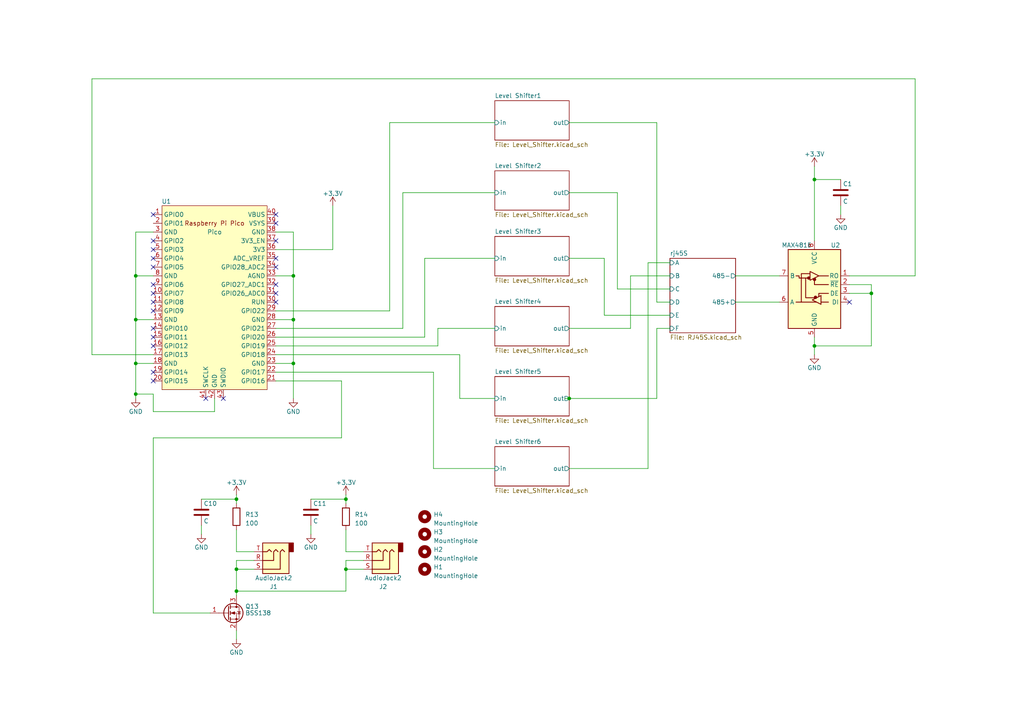
<source format=kicad_sch>
(kicad_sch (version 20230121) (generator eeschema)

  (uuid b6711ac3-1147-40d6-a1b5-fabaf94a1a0c)

  (paper "A4")

  (lib_symbols
    (symbol "Connector_Audio:AudioJack3" (in_bom yes) (on_board yes)
      (property "Reference" "J" (at 0 8.89 0)
        (effects (font (size 1.27 1.27)))
      )
      (property "Value" "AudioJack3" (at 0 6.35 0)
        (effects (font (size 1.27 1.27)))
      )
      (property "Footprint" "" (at 0 0 0)
        (effects (font (size 1.27 1.27)) hide)
      )
      (property "Datasheet" "~" (at 0 0 0)
        (effects (font (size 1.27 1.27)) hide)
      )
      (property "ki_keywords" "audio jack receptacle stereo headphones phones TRS connector" (at 0 0 0)
        (effects (font (size 1.27 1.27)) hide)
      )
      (property "ki_description" "Audio Jack, 3 Poles (Stereo / TRS)" (at 0 0 0)
        (effects (font (size 1.27 1.27)) hide)
      )
      (property "ki_fp_filters" "Jack*" (at 0 0 0)
        (effects (font (size 1.27 1.27)) hide)
      )
      (symbol "AudioJack3_0_1"
        (rectangle (start -5.08 -5.08) (end -6.35 -2.54)
          (stroke (width 0.254) (type default))
          (fill (type outline))
        )
        (polyline
          (pts
            (xy 0 -2.54)
            (xy 0.635 -3.175)
            (xy 1.27 -2.54)
            (xy 2.54 -2.54)
          )
          (stroke (width 0.254) (type default))
          (fill (type none))
        )
        (polyline
          (pts
            (xy -1.905 -2.54)
            (xy -1.27 -3.175)
            (xy -0.635 -2.54)
            (xy -0.635 0)
            (xy 2.54 0)
          )
          (stroke (width 0.254) (type default))
          (fill (type none))
        )
        (polyline
          (pts
            (xy 2.54 2.54)
            (xy -2.54 2.54)
            (xy -2.54 -2.54)
            (xy -3.175 -3.175)
            (xy -3.81 -2.54)
          )
          (stroke (width 0.254) (type default))
          (fill (type none))
        )
        (rectangle (start 2.54 3.81) (end -5.08 -5.08)
          (stroke (width 0.254) (type default))
          (fill (type background))
        )
      )
      (symbol "AudioJack3_1_1"
        (pin passive line (at 5.08 0 180) (length 2.54)
          (name "~" (effects (font (size 1.27 1.27))))
          (number "R" (effects (font (size 1.27 1.27))))
        )
        (pin passive line (at 5.08 2.54 180) (length 2.54)
          (name "~" (effects (font (size 1.27 1.27))))
          (number "S" (effects (font (size 1.27 1.27))))
        )
        (pin passive line (at 5.08 -2.54 180) (length 2.54)
          (name "~" (effects (font (size 1.27 1.27))))
          (number "T" (effects (font (size 1.27 1.27))))
        )
      )
    )
    (symbol "Device:C" (pin_numbers hide) (pin_names (offset 0.254)) (in_bom yes) (on_board yes)
      (property "Reference" "C" (at 0.635 2.54 0)
        (effects (font (size 1.27 1.27)) (justify left))
      )
      (property "Value" "C" (at 0.635 -2.54 0)
        (effects (font (size 1.27 1.27)) (justify left))
      )
      (property "Footprint" "" (at 0.9652 -3.81 0)
        (effects (font (size 1.27 1.27)) hide)
      )
      (property "Datasheet" "~" (at 0 0 0)
        (effects (font (size 1.27 1.27)) hide)
      )
      (property "ki_keywords" "cap capacitor" (at 0 0 0)
        (effects (font (size 1.27 1.27)) hide)
      )
      (property "ki_description" "Unpolarized capacitor" (at 0 0 0)
        (effects (font (size 1.27 1.27)) hide)
      )
      (property "ki_fp_filters" "C_*" (at 0 0 0)
        (effects (font (size 1.27 1.27)) hide)
      )
      (symbol "C_0_1"
        (polyline
          (pts
            (xy -2.032 -0.762)
            (xy 2.032 -0.762)
          )
          (stroke (width 0.508) (type default))
          (fill (type none))
        )
        (polyline
          (pts
            (xy -2.032 0.762)
            (xy 2.032 0.762)
          )
          (stroke (width 0.508) (type default))
          (fill (type none))
        )
      )
      (symbol "C_1_1"
        (pin passive line (at 0 3.81 270) (length 2.794)
          (name "~" (effects (font (size 1.27 1.27))))
          (number "1" (effects (font (size 1.27 1.27))))
        )
        (pin passive line (at 0 -3.81 90) (length 2.794)
          (name "~" (effects (font (size 1.27 1.27))))
          (number "2" (effects (font (size 1.27 1.27))))
        )
      )
    )
    (symbol "Device:R" (pin_numbers hide) (pin_names (offset 0)) (in_bom yes) (on_board yes)
      (property "Reference" "R" (at 2.032 0 90)
        (effects (font (size 1.27 1.27)))
      )
      (property "Value" "R" (at 0 0 90)
        (effects (font (size 1.27 1.27)))
      )
      (property "Footprint" "" (at -1.778 0 90)
        (effects (font (size 1.27 1.27)) hide)
      )
      (property "Datasheet" "~" (at 0 0 0)
        (effects (font (size 1.27 1.27)) hide)
      )
      (property "ki_keywords" "R res resistor" (at 0 0 0)
        (effects (font (size 1.27 1.27)) hide)
      )
      (property "ki_description" "Resistor" (at 0 0 0)
        (effects (font (size 1.27 1.27)) hide)
      )
      (property "ki_fp_filters" "R_*" (at 0 0 0)
        (effects (font (size 1.27 1.27)) hide)
      )
      (symbol "R_0_1"
        (rectangle (start -1.016 -2.54) (end 1.016 2.54)
          (stroke (width 0.254) (type default))
          (fill (type none))
        )
      )
      (symbol "R_1_1"
        (pin passive line (at 0 3.81 270) (length 1.27)
          (name "~" (effects (font (size 1.27 1.27))))
          (number "1" (effects (font (size 1.27 1.27))))
        )
        (pin passive line (at 0 -3.81 90) (length 1.27)
          (name "~" (effects (font (size 1.27 1.27))))
          (number "2" (effects (font (size 1.27 1.27))))
        )
      )
    )
    (symbol "Interface_UART:MAX481E" (in_bom yes) (on_board yes)
      (property "Reference" "U" (at -6.096 11.43 0)
        (effects (font (size 1.27 1.27)))
      )
      (property "Value" "MAX481E" (at 0.762 11.43 0)
        (effects (font (size 1.27 1.27)) (justify left))
      )
      (property "Footprint" "" (at 0 -17.78 0)
        (effects (font (size 1.27 1.27)) hide)
      )
      (property "Datasheet" "https://datasheets.maximintegrated.com/en/ds/MAX1487E-MAX491E.pdf" (at 0 1.27 0)
        (effects (font (size 1.27 1.27)) hide)
      )
      (property "ki_keywords" "Half duplex RS-485/RS-422, 2.5 Mbps, ±15kV electro-static discharge (ESD) protection, no slew-rate, with low-power shutdown, with receiver/driver enable, 32 receiver drive kapacitity, DIP-8 and SOIC-8" (at 0 0 0)
        (effects (font (size 1.27 1.27)) hide)
      )
      (property "ki_description" "Half duplex RS-485/RS-422, 2.5 Mbps, ±15kV electro-static discharge (ESD) protection, no slew-rate, with low-power shutdown, with receiver/driver enable, 32 receiver drive kapacitity, DIP-8 and SOIC-8" (at 0 0 0)
        (effects (font (size 1.27 1.27)) hide)
      )
      (property "ki_fp_filters" "DIP*W7.62mm* SOIC*3.9x4.9mm*P1.27mm*" (at 0 0 0)
        (effects (font (size 1.27 1.27)) hide)
      )
      (symbol "MAX481E_0_1"
        (rectangle (start -7.62 10.16) (end 7.62 -12.7)
          (stroke (width 0.254) (type default))
          (fill (type background))
        )
        (circle (center -0.3048 -3.683) (radius 0.3556)
          (stroke (width 0.254) (type default))
          (fill (type outline))
        )
        (circle (center -0.0254 1.4986) (radius 0.3556)
          (stroke (width 0.254) (type default))
          (fill (type outline))
        )
        (polyline
          (pts
            (xy -4.064 -5.08)
            (xy -1.905 -5.08)
          )
          (stroke (width 0.254) (type default))
          (fill (type none))
        )
        (polyline
          (pts
            (xy -4.064 2.54)
            (xy -1.27 2.54)
          )
          (stroke (width 0.254) (type default))
          (fill (type none))
        )
        (polyline
          (pts
            (xy -1.27 -3.2004)
            (xy -1.27 -3.4544)
          )
          (stroke (width 0.254) (type default))
          (fill (type none))
        )
        (polyline
          (pts
            (xy -0.635 -5.08)
            (xy 5.334 -5.08)
          )
          (stroke (width 0.254) (type default))
          (fill (type none))
        )
        (polyline
          (pts
            (xy -4.064 -2.54)
            (xy -1.27 -2.54)
            (xy -1.27 -3.175)
          )
          (stroke (width 0.254) (type default))
          (fill (type none))
        )
        (polyline
          (pts
            (xy 0 1.27)
            (xy 0 0)
            (xy -4.064 0)
          )
          (stroke (width 0.254) (type default))
          (fill (type none))
        )
        (polyline
          (pts
            (xy 1.27 3.175)
            (xy 3.81 3.175)
            (xy 3.81 -5.08)
          )
          (stroke (width 0.254) (type default))
          (fill (type none))
        )
        (polyline
          (pts
            (xy 2.54 1.905)
            (xy 2.54 -3.81)
            (xy 0 -3.81)
          )
          (stroke (width 0.254) (type default))
          (fill (type none))
        )
        (polyline
          (pts
            (xy -1.905 -3.175)
            (xy -1.905 -5.715)
            (xy 0.635 -4.445)
            (xy -1.905 -3.175)
          )
          (stroke (width 0.254) (type default))
          (fill (type none))
        )
        (polyline
          (pts
            (xy -1.27 2.54)
            (xy 1.27 3.81)
            (xy 1.27 1.27)
            (xy -1.27 2.54)
          )
          (stroke (width 0.254) (type default))
          (fill (type none))
        )
        (polyline
          (pts
            (xy 1.905 1.905)
            (xy 4.445 1.905)
            (xy 4.445 2.54)
            (xy 5.334 2.54)
          )
          (stroke (width 0.254) (type default))
          (fill (type none))
        )
        (rectangle (start 1.27 3.175) (end 1.27 3.175)
          (stroke (width 0) (type default))
          (fill (type none))
        )
        (circle (center 1.651 1.905) (radius 0.3556)
          (stroke (width 0.254) (type default))
          (fill (type outline))
        )
      )
      (symbol "MAX481E_1_1"
        (pin output line (at -10.16 2.54 0) (length 2.54)
          (name "RO" (effects (font (size 1.27 1.27))))
          (number "1" (effects (font (size 1.27 1.27))))
        )
        (pin input line (at -10.16 0 0) (length 2.54)
          (name "~{RE}" (effects (font (size 1.27 1.27))))
          (number "2" (effects (font (size 1.27 1.27))))
        )
        (pin input line (at -10.16 -2.54 0) (length 2.54)
          (name "DE" (effects (font (size 1.27 1.27))))
          (number "3" (effects (font (size 1.27 1.27))))
        )
        (pin input line (at -10.16 -5.08 0) (length 2.54)
          (name "DI" (effects (font (size 1.27 1.27))))
          (number "4" (effects (font (size 1.27 1.27))))
        )
        (pin power_in line (at 0 -15.24 90) (length 2.54)
          (name "GND" (effects (font (size 1.27 1.27))))
          (number "5" (effects (font (size 1.27 1.27))))
        )
        (pin bidirectional line (at 10.16 -5.08 180) (length 2.54)
          (name "A" (effects (font (size 1.27 1.27))))
          (number "6" (effects (font (size 1.27 1.27))))
        )
        (pin bidirectional line (at 10.16 2.54 180) (length 2.54)
          (name "B" (effects (font (size 1.27 1.27))))
          (number "7" (effects (font (size 1.27 1.27))))
        )
        (pin power_in line (at 0 12.7 270) (length 2.54)
          (name "VCC" (effects (font (size 1.27 1.27))))
          (number "8" (effects (font (size 1.27 1.27))))
        )
      )
    )
    (symbol "MCU_RaspberryPi_and_Boards:Pico" (in_bom yes) (on_board yes)
      (property "Reference" "U" (at -13.97 27.94 0)
        (effects (font (size 1.27 1.27)))
      )
      (property "Value" "Pico" (at 0 19.05 0)
        (effects (font (size 1.27 1.27)))
      )
      (property "Footprint" "MCU_RaspberryPi_and_Boards:RPi_Pico_SMD_TH" (at 0 0 90)
        (effects (font (size 1.27 1.27)) hide)
      )
      (property "Datasheet" "" (at 0 0 0)
        (effects (font (size 1.27 1.27)) hide)
      )
      (symbol "Pico_0_0"
        (text "Raspberry Pi Pico" (at 0 21.59 0)
          (effects (font (size 1.27 1.27)))
        )
      )
      (symbol "Pico_0_1"
        (rectangle (start -15.24 26.67) (end 15.24 -26.67)
          (stroke (width 0) (type default))
          (fill (type background))
        )
      )
      (symbol "Pico_1_1"
        (pin bidirectional line (at -17.78 24.13 0) (length 2.54)
          (name "GPIO0" (effects (font (size 1.27 1.27))))
          (number "1" (effects (font (size 1.27 1.27))))
        )
        (pin bidirectional line (at -17.78 1.27 0) (length 2.54)
          (name "GPIO7" (effects (font (size 1.27 1.27))))
          (number "10" (effects (font (size 1.27 1.27))))
        )
        (pin bidirectional line (at -17.78 -1.27 0) (length 2.54)
          (name "GPIO8" (effects (font (size 1.27 1.27))))
          (number "11" (effects (font (size 1.27 1.27))))
        )
        (pin bidirectional line (at -17.78 -3.81 0) (length 2.54)
          (name "GPIO9" (effects (font (size 1.27 1.27))))
          (number "12" (effects (font (size 1.27 1.27))))
        )
        (pin power_in line (at -17.78 -6.35 0) (length 2.54)
          (name "GND" (effects (font (size 1.27 1.27))))
          (number "13" (effects (font (size 1.27 1.27))))
        )
        (pin bidirectional line (at -17.78 -8.89 0) (length 2.54)
          (name "GPIO10" (effects (font (size 1.27 1.27))))
          (number "14" (effects (font (size 1.27 1.27))))
        )
        (pin bidirectional line (at -17.78 -11.43 0) (length 2.54)
          (name "GPIO11" (effects (font (size 1.27 1.27))))
          (number "15" (effects (font (size 1.27 1.27))))
        )
        (pin bidirectional line (at -17.78 -13.97 0) (length 2.54)
          (name "GPIO12" (effects (font (size 1.27 1.27))))
          (number "16" (effects (font (size 1.27 1.27))))
        )
        (pin bidirectional line (at -17.78 -16.51 0) (length 2.54)
          (name "GPIO13" (effects (font (size 1.27 1.27))))
          (number "17" (effects (font (size 1.27 1.27))))
        )
        (pin power_in line (at -17.78 -19.05 0) (length 2.54)
          (name "GND" (effects (font (size 1.27 1.27))))
          (number "18" (effects (font (size 1.27 1.27))))
        )
        (pin bidirectional line (at -17.78 -21.59 0) (length 2.54)
          (name "GPIO14" (effects (font (size 1.27 1.27))))
          (number "19" (effects (font (size 1.27 1.27))))
        )
        (pin bidirectional line (at -17.78 21.59 0) (length 2.54)
          (name "GPIO1" (effects (font (size 1.27 1.27))))
          (number "2" (effects (font (size 1.27 1.27))))
        )
        (pin bidirectional line (at -17.78 -24.13 0) (length 2.54)
          (name "GPIO15" (effects (font (size 1.27 1.27))))
          (number "20" (effects (font (size 1.27 1.27))))
        )
        (pin bidirectional line (at 17.78 -24.13 180) (length 2.54)
          (name "GPIO16" (effects (font (size 1.27 1.27))))
          (number "21" (effects (font (size 1.27 1.27))))
        )
        (pin bidirectional line (at 17.78 -21.59 180) (length 2.54)
          (name "GPIO17" (effects (font (size 1.27 1.27))))
          (number "22" (effects (font (size 1.27 1.27))))
        )
        (pin power_in line (at 17.78 -19.05 180) (length 2.54)
          (name "GND" (effects (font (size 1.27 1.27))))
          (number "23" (effects (font (size 1.27 1.27))))
        )
        (pin bidirectional line (at 17.78 -16.51 180) (length 2.54)
          (name "GPIO18" (effects (font (size 1.27 1.27))))
          (number "24" (effects (font (size 1.27 1.27))))
        )
        (pin bidirectional line (at 17.78 -13.97 180) (length 2.54)
          (name "GPIO19" (effects (font (size 1.27 1.27))))
          (number "25" (effects (font (size 1.27 1.27))))
        )
        (pin bidirectional line (at 17.78 -11.43 180) (length 2.54)
          (name "GPIO20" (effects (font (size 1.27 1.27))))
          (number "26" (effects (font (size 1.27 1.27))))
        )
        (pin bidirectional line (at 17.78 -8.89 180) (length 2.54)
          (name "GPIO21" (effects (font (size 1.27 1.27))))
          (number "27" (effects (font (size 1.27 1.27))))
        )
        (pin power_in line (at 17.78 -6.35 180) (length 2.54)
          (name "GND" (effects (font (size 1.27 1.27))))
          (number "28" (effects (font (size 1.27 1.27))))
        )
        (pin bidirectional line (at 17.78 -3.81 180) (length 2.54)
          (name "GPIO22" (effects (font (size 1.27 1.27))))
          (number "29" (effects (font (size 1.27 1.27))))
        )
        (pin power_in line (at -17.78 19.05 0) (length 2.54)
          (name "GND" (effects (font (size 1.27 1.27))))
          (number "3" (effects (font (size 1.27 1.27))))
        )
        (pin input line (at 17.78 -1.27 180) (length 2.54)
          (name "RUN" (effects (font (size 1.27 1.27))))
          (number "30" (effects (font (size 1.27 1.27))))
        )
        (pin bidirectional line (at 17.78 1.27 180) (length 2.54)
          (name "GPIO26_ADC0" (effects (font (size 1.27 1.27))))
          (number "31" (effects (font (size 1.27 1.27))))
        )
        (pin bidirectional line (at 17.78 3.81 180) (length 2.54)
          (name "GPIO27_ADC1" (effects (font (size 1.27 1.27))))
          (number "32" (effects (font (size 1.27 1.27))))
        )
        (pin power_in line (at 17.78 6.35 180) (length 2.54)
          (name "AGND" (effects (font (size 1.27 1.27))))
          (number "33" (effects (font (size 1.27 1.27))))
        )
        (pin bidirectional line (at 17.78 8.89 180) (length 2.54)
          (name "GPIO28_ADC2" (effects (font (size 1.27 1.27))))
          (number "34" (effects (font (size 1.27 1.27))))
        )
        (pin power_in line (at 17.78 11.43 180) (length 2.54)
          (name "ADC_VREF" (effects (font (size 1.27 1.27))))
          (number "35" (effects (font (size 1.27 1.27))))
        )
        (pin power_in line (at 17.78 13.97 180) (length 2.54)
          (name "3V3" (effects (font (size 1.27 1.27))))
          (number "36" (effects (font (size 1.27 1.27))))
        )
        (pin input line (at 17.78 16.51 180) (length 2.54)
          (name "3V3_EN" (effects (font (size 1.27 1.27))))
          (number "37" (effects (font (size 1.27 1.27))))
        )
        (pin bidirectional line (at 17.78 19.05 180) (length 2.54)
          (name "GND" (effects (font (size 1.27 1.27))))
          (number "38" (effects (font (size 1.27 1.27))))
        )
        (pin power_in line (at 17.78 21.59 180) (length 2.54)
          (name "VSYS" (effects (font (size 1.27 1.27))))
          (number "39" (effects (font (size 1.27 1.27))))
        )
        (pin bidirectional line (at -17.78 16.51 0) (length 2.54)
          (name "GPIO2" (effects (font (size 1.27 1.27))))
          (number "4" (effects (font (size 1.27 1.27))))
        )
        (pin power_in line (at 17.78 24.13 180) (length 2.54)
          (name "VBUS" (effects (font (size 1.27 1.27))))
          (number "40" (effects (font (size 1.27 1.27))))
        )
        (pin input line (at -2.54 -29.21 90) (length 2.54)
          (name "SWCLK" (effects (font (size 1.27 1.27))))
          (number "41" (effects (font (size 1.27 1.27))))
        )
        (pin power_in line (at 0 -29.21 90) (length 2.54)
          (name "GND" (effects (font (size 1.27 1.27))))
          (number "42" (effects (font (size 1.27 1.27))))
        )
        (pin bidirectional line (at 2.54 -29.21 90) (length 2.54)
          (name "SWDIO" (effects (font (size 1.27 1.27))))
          (number "43" (effects (font (size 1.27 1.27))))
        )
        (pin bidirectional line (at -17.78 13.97 0) (length 2.54)
          (name "GPIO3" (effects (font (size 1.27 1.27))))
          (number "5" (effects (font (size 1.27 1.27))))
        )
        (pin bidirectional line (at -17.78 11.43 0) (length 2.54)
          (name "GPIO4" (effects (font (size 1.27 1.27))))
          (number "6" (effects (font (size 1.27 1.27))))
        )
        (pin bidirectional line (at -17.78 8.89 0) (length 2.54)
          (name "GPIO5" (effects (font (size 1.27 1.27))))
          (number "7" (effects (font (size 1.27 1.27))))
        )
        (pin power_in line (at -17.78 6.35 0) (length 2.54)
          (name "GND" (effects (font (size 1.27 1.27))))
          (number "8" (effects (font (size 1.27 1.27))))
        )
        (pin bidirectional line (at -17.78 3.81 0) (length 2.54)
          (name "GPIO6" (effects (font (size 1.27 1.27))))
          (number "9" (effects (font (size 1.27 1.27))))
        )
      )
    )
    (symbol "Mechanical:MountingHole" (pin_names (offset 1.016)) (in_bom yes) (on_board yes)
      (property "Reference" "H" (at 0 5.08 0)
        (effects (font (size 1.27 1.27)))
      )
      (property "Value" "MountingHole" (at 0 3.175 0)
        (effects (font (size 1.27 1.27)))
      )
      (property "Footprint" "" (at 0 0 0)
        (effects (font (size 1.27 1.27)) hide)
      )
      (property "Datasheet" "~" (at 0 0 0)
        (effects (font (size 1.27 1.27)) hide)
      )
      (property "ki_keywords" "mounting hole" (at 0 0 0)
        (effects (font (size 1.27 1.27)) hide)
      )
      (property "ki_description" "Mounting Hole without connection" (at 0 0 0)
        (effects (font (size 1.27 1.27)) hide)
      )
      (property "ki_fp_filters" "MountingHole*" (at 0 0 0)
        (effects (font (size 1.27 1.27)) hide)
      )
      (symbol "MountingHole_0_1"
        (circle (center 0 0) (radius 1.27)
          (stroke (width 1.27) (type default))
          (fill (type none))
        )
      )
    )
    (symbol "Transistor_FET:BSS138" (pin_names hide) (in_bom yes) (on_board yes)
      (property "Reference" "Q" (at 5.08 1.905 0)
        (effects (font (size 1.27 1.27)) (justify left))
      )
      (property "Value" "BSS138" (at 5.08 0 0)
        (effects (font (size 1.27 1.27)) (justify left))
      )
      (property "Footprint" "Package_TO_SOT_SMD:SOT-23" (at 5.08 -1.905 0)
        (effects (font (size 1.27 1.27) italic) (justify left) hide)
      )
      (property "Datasheet" "https://www.onsemi.com/pub/Collateral/BSS138-D.PDF" (at 0 0 0)
        (effects (font (size 1.27 1.27)) (justify left) hide)
      )
      (property "ki_keywords" "N-Channel MOSFET" (at 0 0 0)
        (effects (font (size 1.27 1.27)) hide)
      )
      (property "ki_description" "50V Vds, 0.22A Id, N-Channel MOSFET, SOT-23" (at 0 0 0)
        (effects (font (size 1.27 1.27)) hide)
      )
      (property "ki_fp_filters" "SOT?23*" (at 0 0 0)
        (effects (font (size 1.27 1.27)) hide)
      )
      (symbol "BSS138_0_1"
        (polyline
          (pts
            (xy 0.254 0)
            (xy -2.54 0)
          )
          (stroke (width 0) (type default))
          (fill (type none))
        )
        (polyline
          (pts
            (xy 0.254 1.905)
            (xy 0.254 -1.905)
          )
          (stroke (width 0.254) (type default))
          (fill (type none))
        )
        (polyline
          (pts
            (xy 0.762 -1.27)
            (xy 0.762 -2.286)
          )
          (stroke (width 0.254) (type default))
          (fill (type none))
        )
        (polyline
          (pts
            (xy 0.762 0.508)
            (xy 0.762 -0.508)
          )
          (stroke (width 0.254) (type default))
          (fill (type none))
        )
        (polyline
          (pts
            (xy 0.762 2.286)
            (xy 0.762 1.27)
          )
          (stroke (width 0.254) (type default))
          (fill (type none))
        )
        (polyline
          (pts
            (xy 2.54 2.54)
            (xy 2.54 1.778)
          )
          (stroke (width 0) (type default))
          (fill (type none))
        )
        (polyline
          (pts
            (xy 2.54 -2.54)
            (xy 2.54 0)
            (xy 0.762 0)
          )
          (stroke (width 0) (type default))
          (fill (type none))
        )
        (polyline
          (pts
            (xy 0.762 -1.778)
            (xy 3.302 -1.778)
            (xy 3.302 1.778)
            (xy 0.762 1.778)
          )
          (stroke (width 0) (type default))
          (fill (type none))
        )
        (polyline
          (pts
            (xy 1.016 0)
            (xy 2.032 0.381)
            (xy 2.032 -0.381)
            (xy 1.016 0)
          )
          (stroke (width 0) (type default))
          (fill (type outline))
        )
        (polyline
          (pts
            (xy 2.794 0.508)
            (xy 2.921 0.381)
            (xy 3.683 0.381)
            (xy 3.81 0.254)
          )
          (stroke (width 0) (type default))
          (fill (type none))
        )
        (polyline
          (pts
            (xy 3.302 0.381)
            (xy 2.921 -0.254)
            (xy 3.683 -0.254)
            (xy 3.302 0.381)
          )
          (stroke (width 0) (type default))
          (fill (type none))
        )
        (circle (center 1.651 0) (radius 2.794)
          (stroke (width 0.254) (type default))
          (fill (type none))
        )
        (circle (center 2.54 -1.778) (radius 0.254)
          (stroke (width 0) (type default))
          (fill (type outline))
        )
        (circle (center 2.54 1.778) (radius 0.254)
          (stroke (width 0) (type default))
          (fill (type outline))
        )
      )
      (symbol "BSS138_1_1"
        (pin input line (at -5.08 0 0) (length 2.54)
          (name "G" (effects (font (size 1.27 1.27))))
          (number "1" (effects (font (size 1.27 1.27))))
        )
        (pin passive line (at 2.54 -5.08 90) (length 2.54)
          (name "S" (effects (font (size 1.27 1.27))))
          (number "2" (effects (font (size 1.27 1.27))))
        )
        (pin passive line (at 2.54 5.08 270) (length 2.54)
          (name "D" (effects (font (size 1.27 1.27))))
          (number "3" (effects (font (size 1.27 1.27))))
        )
      )
    )
    (symbol "power:+3.3V" (power) (pin_names (offset 0)) (in_bom yes) (on_board yes)
      (property "Reference" "#PWR" (at 0 -3.81 0)
        (effects (font (size 1.27 1.27)) hide)
      )
      (property "Value" "+3.3V" (at 0 3.556 0)
        (effects (font (size 1.27 1.27)))
      )
      (property "Footprint" "" (at 0 0 0)
        (effects (font (size 1.27 1.27)) hide)
      )
      (property "Datasheet" "" (at 0 0 0)
        (effects (font (size 1.27 1.27)) hide)
      )
      (property "ki_keywords" "global power" (at 0 0 0)
        (effects (font (size 1.27 1.27)) hide)
      )
      (property "ki_description" "Power symbol creates a global label with name \"+3.3V\"" (at 0 0 0)
        (effects (font (size 1.27 1.27)) hide)
      )
      (symbol "+3.3V_0_1"
        (polyline
          (pts
            (xy -0.762 1.27)
            (xy 0 2.54)
          )
          (stroke (width 0) (type default))
          (fill (type none))
        )
        (polyline
          (pts
            (xy 0 0)
            (xy 0 2.54)
          )
          (stroke (width 0) (type default))
          (fill (type none))
        )
        (polyline
          (pts
            (xy 0 2.54)
            (xy 0.762 1.27)
          )
          (stroke (width 0) (type default))
          (fill (type none))
        )
      )
      (symbol "+3.3V_1_1"
        (pin power_in line (at 0 0 90) (length 0) hide
          (name "+3.3V" (effects (font (size 1.27 1.27))))
          (number "1" (effects (font (size 1.27 1.27))))
        )
      )
    )
    (symbol "power:GND" (power) (pin_names (offset 0)) (in_bom yes) (on_board yes)
      (property "Reference" "#PWR" (at 0 -6.35 0)
        (effects (font (size 1.27 1.27)) hide)
      )
      (property "Value" "GND" (at 0 -3.81 0)
        (effects (font (size 1.27 1.27)))
      )
      (property "Footprint" "" (at 0 0 0)
        (effects (font (size 1.27 1.27)) hide)
      )
      (property "Datasheet" "" (at 0 0 0)
        (effects (font (size 1.27 1.27)) hide)
      )
      (property "ki_keywords" "global power" (at 0 0 0)
        (effects (font (size 1.27 1.27)) hide)
      )
      (property "ki_description" "Power symbol creates a global label with name \"GND\" , ground" (at 0 0 0)
        (effects (font (size 1.27 1.27)) hide)
      )
      (symbol "GND_0_1"
        (polyline
          (pts
            (xy 0 0)
            (xy 0 -1.27)
            (xy 1.27 -1.27)
            (xy 0 -2.54)
            (xy -1.27 -1.27)
            (xy 0 -1.27)
          )
          (stroke (width 0) (type default))
          (fill (type none))
        )
      )
      (symbol "GND_1_1"
        (pin power_in line (at 0 0 270) (length 0) hide
          (name "GND" (effects (font (size 1.27 1.27))))
          (number "1" (effects (font (size 1.27 1.27))))
        )
      )
    )
  )

  (junction (at 85.09 80.01) (diameter 0) (color 0 0 0 0)
    (uuid 26e04776-0f1f-40f3-bcf0-e1257ecbe3bf)
  )
  (junction (at 68.58 171.45) (diameter 0) (color 0 0 0 0)
    (uuid 27d98d94-0439-42f6-8c3e-f55dc94057c1)
  )
  (junction (at 39.37 114.3) (diameter 0) (color 0 0 0 0)
    (uuid 3574dd7a-4203-4ced-8b22-89f835309d4c)
  )
  (junction (at 165.1 115.57) (diameter 0) (color 0 0 0 0)
    (uuid 40466516-762c-4d3e-986d-25e8249b6c89)
  )
  (junction (at 85.09 105.41) (diameter 0) (color 0 0 0 0)
    (uuid 4289d3ac-342d-481b-badd-e1d248aa5716)
  )
  (junction (at 100.33 144.78) (diameter 0) (color 0 0 0 0)
    (uuid 47db1b98-da94-48c8-a1b4-2e8c28d1a5f9)
  )
  (junction (at 68.58 144.78) (diameter 0) (color 0 0 0 0)
    (uuid 7a053aa1-1564-46e0-9a7b-fb8aa7fc7d1a)
  )
  (junction (at 236.22 52.07) (diameter 0) (color 0 0 0 0)
    (uuid 9d962207-b4e1-4d86-8784-a7f8d08226b0)
  )
  (junction (at 39.37 80.01) (diameter 0) (color 0 0 0 0)
    (uuid a69e359d-3d97-4b31-b10d-988b91de1c98)
  )
  (junction (at 39.37 105.41) (diameter 0) (color 0 0 0 0)
    (uuid aa9e506e-bdad-4c08-a92d-aa154dff70c3)
  )
  (junction (at 100.33 165.1) (diameter 0) (color 0 0 0 0)
    (uuid bce0a161-4688-4e6c-ad2c-e47dbedd91aa)
  )
  (junction (at 39.37 92.71) (diameter 0) (color 0 0 0 0)
    (uuid c4d6a58f-b547-45f0-b05f-e9c79dd4732c)
  )
  (junction (at 252.73 85.09) (diameter 0) (color 0 0 0 0)
    (uuid c7083613-ce81-441a-b86d-3a07d28af992)
  )
  (junction (at 236.22 100.33) (diameter 0) (color 0 0 0 0)
    (uuid c7263fce-6314-438c-b09a-f9ad3ac13541)
  )
  (junction (at 68.58 165.1) (diameter 0) (color 0 0 0 0)
    (uuid ea8237c5-3694-410d-8557-c15c3d99ef5d)
  )
  (junction (at 85.09 92.71) (diameter 0) (color 0 0 0 0)
    (uuid ef103168-27ec-4d21-aeb3-842bd869f2c3)
  )

  (no_connect (at 44.45 74.93) (uuid 0b32d248-bb08-446c-bcac-2dad70afa017))
  (no_connect (at 44.45 69.85) (uuid 16402acc-c4ae-46c1-a634-949dc03327c3))
  (no_connect (at 59.69 115.57) (uuid 1774e649-62aa-490e-bfa5-4a709403107e))
  (no_connect (at 64.77 115.57) (uuid 2104d595-1171-40a4-874e-8b47781b1953))
  (no_connect (at 80.01 69.85) (uuid 23599cc1-21c4-4537-9dd3-db969da20c9d))
  (no_connect (at 44.45 107.95) (uuid 2406a208-9fb2-4484-a257-78d0232689f9))
  (no_connect (at 80.01 87.63) (uuid 332000d1-7d06-4062-bb53-219a70e8125a))
  (no_connect (at 44.45 110.49) (uuid 567300ea-98d6-437d-82da-a38a71fc3851))
  (no_connect (at 44.45 72.39) (uuid 56f97800-df5c-4f0d-b8f2-36e03d842f4d))
  (no_connect (at 44.45 77.47) (uuid 65c0827a-862a-42d9-bf9e-0f6e4c3fa820))
  (no_connect (at 44.45 90.17) (uuid 6abbc22b-6bbf-4277-89e7-25b9c4413219))
  (no_connect (at 44.45 95.25) (uuid 6b592f98-94b7-4477-8e6c-09138a9ffcfa))
  (no_connect (at 44.45 100.33) (uuid 6eb8c3e3-1f83-482d-81e7-11d23f814360))
  (no_connect (at 44.45 62.23) (uuid 7bb97325-468a-4ec2-90e1-60cddf91b55d))
  (no_connect (at 80.01 62.23) (uuid 84257755-3121-459c-abff-f432a4f7e6c8))
  (no_connect (at 44.45 87.63) (uuid 89cdf900-d054-469b-a413-e5f354fb90ca))
  (no_connect (at 44.45 85.09) (uuid ab16d144-cbe2-4f3b-8fa9-4d36d4308908))
  (no_connect (at 80.01 82.55) (uuid abc17d7e-3a33-4926-9274-aeb0ddeeaf29))
  (no_connect (at 44.45 82.55) (uuid b5b93c24-9708-4835-a72c-5a14c549845c))
  (no_connect (at 246.38 87.63) (uuid c0d9d981-984b-43cc-b946-1c5b603abe2b))
  (no_connect (at 44.45 97.79) (uuid c3e0c472-b54b-4315-81d9-bbf6c8ca4554))
  (no_connect (at 80.01 77.47) (uuid d93a1744-85fa-4826-bf05-24adbd693781))
  (no_connect (at 80.01 85.09) (uuid dcb45bfc-1087-48fd-baf4-d8864d9f99d2))
  (no_connect (at 80.01 64.77) (uuid fad83003-7597-4107-9db9-3f2716249aeb))
  (no_connect (at 80.01 74.93) (uuid ffb5a613-a0bd-4ac5-9e79-149c1be06a74))

  (wire (pts (xy 194.31 87.63) (xy 190.5 87.63))
    (stroke (width 0) (type default))
    (uuid 0555d977-229e-41af-8384-34ccd8ac5054)
  )
  (wire (pts (xy 58.42 144.78) (xy 68.58 144.78))
    (stroke (width 0) (type default))
    (uuid 087f1da6-6358-4c7c-a8c4-f2b12f0b9766)
  )
  (wire (pts (xy 62.23 115.57) (xy 62.23 119.38))
    (stroke (width 0) (type default))
    (uuid 145089c6-436e-4690-8998-259329f9e76d)
  )
  (wire (pts (xy 100.33 165.1) (xy 100.33 162.56))
    (stroke (width 0) (type default))
    (uuid 173ebfe0-30d2-4c8b-899b-2e940d73e695)
  )
  (wire (pts (xy 175.26 91.44) (xy 194.31 91.44))
    (stroke (width 0) (type default))
    (uuid 19be112f-4d62-4b73-9885-5793d2a754d3)
  )
  (wire (pts (xy 80.01 90.17) (xy 113.03 90.17))
    (stroke (width 0) (type default))
    (uuid 1deb27b6-3ca3-44f5-9df1-855d5c617263)
  )
  (wire (pts (xy 213.36 80.01) (xy 226.06 80.01))
    (stroke (width 0) (type default))
    (uuid 2049276d-e9e1-4737-a18e-335fbbd3ae8d)
  )
  (wire (pts (xy 179.07 55.88) (xy 179.07 83.82))
    (stroke (width 0) (type default))
    (uuid 20824405-d161-4581-ae08-c2bcaa621435)
  )
  (wire (pts (xy 44.45 102.87) (xy 26.67 102.87))
    (stroke (width 0) (type default))
    (uuid 211457cb-c286-439c-9e71-722bc7045f31)
  )
  (wire (pts (xy 182.88 95.25) (xy 182.88 80.01))
    (stroke (width 0) (type default))
    (uuid 21848cb4-8311-44c2-abbd-2c040c7182a5)
  )
  (wire (pts (xy 68.58 144.78) (xy 68.58 146.05))
    (stroke (width 0) (type default))
    (uuid 23de5f79-1bd6-4c68-8ed5-bf4109875ac2)
  )
  (wire (pts (xy 39.37 105.41) (xy 39.37 114.3))
    (stroke (width 0) (type default))
    (uuid 24010686-8034-4e11-a296-13c00ddc0588)
  )
  (wire (pts (xy 68.58 143.51) (xy 68.58 144.78))
    (stroke (width 0) (type default))
    (uuid 244f391b-ec30-4c19-812b-b282983504eb)
  )
  (wire (pts (xy 39.37 92.71) (xy 44.45 92.71))
    (stroke (width 0) (type default))
    (uuid 26aed3a6-9584-4482-9d26-34717712b203)
  )
  (wire (pts (xy 68.58 165.1) (xy 73.66 165.1))
    (stroke (width 0) (type default))
    (uuid 2a177f9f-c281-4958-bb4b-5a80a9bdee9f)
  )
  (wire (pts (xy 143.51 55.88) (xy 116.84 55.88))
    (stroke (width 0) (type default))
    (uuid 2afa36a6-e8d4-4f6d-b875-3e37ac99e7aa)
  )
  (wire (pts (xy 58.42 152.4) (xy 58.42 154.94))
    (stroke (width 0) (type default))
    (uuid 30762621-3ed5-40f6-a88d-f958cfd984f9)
  )
  (wire (pts (xy 187.96 76.2) (xy 187.96 135.89))
    (stroke (width 0) (type default))
    (uuid 315c2f39-07a5-4615-aa77-f70c87784faa)
  )
  (wire (pts (xy 100.33 171.45) (xy 100.33 165.1))
    (stroke (width 0) (type default))
    (uuid 36e28906-aa03-4658-9c8c-65a33f9e1279)
  )
  (wire (pts (xy 116.84 95.25) (xy 80.01 95.25))
    (stroke (width 0) (type default))
    (uuid 37aec37a-67ed-464e-81d3-829cbb2adbec)
  )
  (wire (pts (xy 123.19 74.93) (xy 143.51 74.93))
    (stroke (width 0) (type default))
    (uuid 39107308-857f-4e7e-8dc3-7c4a6e1c744c)
  )
  (wire (pts (xy 194.31 76.2) (xy 187.96 76.2))
    (stroke (width 0) (type default))
    (uuid 3a741dd8-a27e-47f2-aaea-5fe5a3a40943)
  )
  (wire (pts (xy 80.01 97.79) (xy 123.19 97.79))
    (stroke (width 0) (type default))
    (uuid 3dfaa984-ab39-4e02-92f0-269d3f8fb67d)
  )
  (wire (pts (xy 265.43 80.01) (xy 246.38 80.01))
    (stroke (width 0) (type default))
    (uuid 44d63f89-f3bd-4a30-9d79-6b23ce612b82)
  )
  (wire (pts (xy 190.5 115.57) (xy 190.5 95.25))
    (stroke (width 0) (type default))
    (uuid 4be39b0e-2aff-4e27-9304-23527c790589)
  )
  (wire (pts (xy 68.58 172.72) (xy 68.58 171.45))
    (stroke (width 0) (type default))
    (uuid 52e85aed-4566-4ea7-bce5-30537a19b8a2)
  )
  (wire (pts (xy 90.17 152.4) (xy 90.17 154.94))
    (stroke (width 0) (type default))
    (uuid 546cec09-42e8-47e3-a2f6-c71a3beefcef)
  )
  (wire (pts (xy 236.22 52.07) (xy 243.84 52.07))
    (stroke (width 0) (type default))
    (uuid 557c2c97-0b64-4c5d-9081-a06f8ca5e200)
  )
  (wire (pts (xy 68.58 162.56) (xy 73.66 162.56))
    (stroke (width 0) (type default))
    (uuid 5696bdb9-c526-47e3-9367-54cb0aa1589d)
  )
  (wire (pts (xy 190.5 95.25) (xy 194.31 95.25))
    (stroke (width 0) (type default))
    (uuid 57bd88c3-0726-49f9-b1fc-0ffe6d46e625)
  )
  (wire (pts (xy 127 95.25) (xy 143.51 95.25))
    (stroke (width 0) (type default))
    (uuid 59596bdb-9afd-4f4a-92c2-ae77106d2084)
  )
  (wire (pts (xy 236.22 97.79) (xy 236.22 100.33))
    (stroke (width 0) (type default))
    (uuid 5df8ed15-f3b4-4aab-8a39-c9773686d7b1)
  )
  (wire (pts (xy 80.01 100.33) (xy 127 100.33))
    (stroke (width 0) (type default))
    (uuid 5e33d59e-8659-4fc8-8c8f-535dbd4ae3dd)
  )
  (wire (pts (xy 165.1 74.93) (xy 175.26 74.93))
    (stroke (width 0) (type default))
    (uuid 5e4212c3-6b97-4ff2-894e-59efaeabcfd0)
  )
  (wire (pts (xy 44.45 114.3) (xy 39.37 114.3))
    (stroke (width 0) (type default))
    (uuid 62fc2417-d0c0-4750-953f-850010c8ea90)
  )
  (wire (pts (xy 113.03 35.56) (xy 143.51 35.56))
    (stroke (width 0) (type default))
    (uuid 65c01024-5920-4cf1-a7c7-78d4773dcb3d)
  )
  (wire (pts (xy 179.07 83.82) (xy 194.31 83.82))
    (stroke (width 0) (type default))
    (uuid 66b0da49-da81-4f96-8a69-b039e85c3e6f)
  )
  (wire (pts (xy 123.19 97.79) (xy 123.19 74.93))
    (stroke (width 0) (type default))
    (uuid 6bfaffc4-6c56-4e90-ac34-f8ed15eeeb38)
  )
  (wire (pts (xy 39.37 105.41) (xy 44.45 105.41))
    (stroke (width 0) (type default))
    (uuid 6c78c2b5-0008-4179-ad95-ca19e07fddd1)
  )
  (wire (pts (xy 100.33 143.51) (xy 100.33 144.78))
    (stroke (width 0) (type default))
    (uuid 6de62ed5-1cb6-4c68-bb43-d4187abd9343)
  )
  (wire (pts (xy 100.33 153.67) (xy 100.33 160.02))
    (stroke (width 0) (type default))
    (uuid 7954d482-b79d-46cd-8980-49663ad320dd)
  )
  (wire (pts (xy 85.09 92.71) (xy 85.09 105.41))
    (stroke (width 0) (type default))
    (uuid 79790c15-e4ed-4ff5-ac58-56d2a0ce7548)
  )
  (wire (pts (xy 68.58 182.88) (xy 68.58 185.42))
    (stroke (width 0) (type default))
    (uuid 7a5fb4d8-dc25-4218-8233-ace0075c5c51)
  )
  (wire (pts (xy 125.73 135.89) (xy 143.51 135.89))
    (stroke (width 0) (type default))
    (uuid 7a996c8e-6730-497b-b9b9-2320aaf3c097)
  )
  (wire (pts (xy 44.45 119.38) (xy 62.23 119.38))
    (stroke (width 0) (type default))
    (uuid 7db30972-98cc-4437-baaf-4dda657a804a)
  )
  (wire (pts (xy 26.67 22.86) (xy 265.43 22.86))
    (stroke (width 0) (type default))
    (uuid 80777d0e-3051-42f8-81ed-fad192487120)
  )
  (wire (pts (xy 85.09 80.01) (xy 85.09 92.71))
    (stroke (width 0) (type default))
    (uuid 83ff6a74-7f90-493b-a2bc-73a872a5df5c)
  )
  (wire (pts (xy 265.43 22.86) (xy 265.43 80.01))
    (stroke (width 0) (type default))
    (uuid 8500b1f0-758f-485c-89f2-b56baa49c9bc)
  )
  (wire (pts (xy 100.33 144.78) (xy 100.33 146.05))
    (stroke (width 0) (type default))
    (uuid 851f1b4d-2d76-4bfc-a18f-d26ece192059)
  )
  (wire (pts (xy 85.09 105.41) (xy 80.01 105.41))
    (stroke (width 0) (type default))
    (uuid 857f674b-7aa9-468c-a24f-5176bd8a5001)
  )
  (wire (pts (xy 113.03 90.17) (xy 113.03 35.56))
    (stroke (width 0) (type default))
    (uuid 8b25f46a-c214-4345-8b71-837f7fb376df)
  )
  (wire (pts (xy 80.01 72.39) (xy 96.52 72.39))
    (stroke (width 0) (type default))
    (uuid 8cc795b4-77b8-450b-b467-fe68dc00b8a9)
  )
  (wire (pts (xy 187.96 135.89) (xy 165.1 135.89))
    (stroke (width 0) (type default))
    (uuid 904e5c3b-aa3d-4aa9-a8fc-6ec398964250)
  )
  (wire (pts (xy 68.58 160.02) (xy 73.66 160.02))
    (stroke (width 0) (type default))
    (uuid 90b3822f-2803-4f2a-b87f-815f8a045d01)
  )
  (wire (pts (xy 44.45 67.31) (xy 39.37 67.31))
    (stroke (width 0) (type default))
    (uuid 90d280ce-d679-412b-88f3-ff6ef0a68942)
  )
  (wire (pts (xy 99.06 127) (xy 44.45 127))
    (stroke (width 0) (type default))
    (uuid 9a6e48aa-c384-4b2b-9d88-19a8e6f563e4)
  )
  (wire (pts (xy 100.33 165.1) (xy 105.41 165.1))
    (stroke (width 0) (type default))
    (uuid 9cd7901e-34a1-4b6c-976f-1330aaf3c19a)
  )
  (wire (pts (xy 213.36 87.63) (xy 226.06 87.63))
    (stroke (width 0) (type default))
    (uuid 9ee55ac9-ef1a-4baa-8276-8dd2ac421bf9)
  )
  (wire (pts (xy 99.06 110.49) (xy 99.06 127))
    (stroke (width 0) (type default))
    (uuid a179f1b2-4977-44fa-8f60-0b39e4944923)
  )
  (wire (pts (xy 246.38 82.55) (xy 252.73 82.55))
    (stroke (width 0) (type default))
    (uuid a2ae85fa-6517-4995-ab7f-60c3de1cebd1)
  )
  (wire (pts (xy 133.35 102.87) (xy 80.01 102.87))
    (stroke (width 0) (type default))
    (uuid a683e9b9-781e-49a9-a8e5-fee05701d01e)
  )
  (wire (pts (xy 39.37 67.31) (xy 39.37 80.01))
    (stroke (width 0) (type default))
    (uuid a77b7ea8-412b-4a8d-944f-a0358a1270fe)
  )
  (wire (pts (xy 68.58 165.1) (xy 68.58 162.56))
    (stroke (width 0) (type default))
    (uuid af947c7b-326b-4ced-bcc2-71cf41f18f18)
  )
  (wire (pts (xy 252.73 85.09) (xy 252.73 100.33))
    (stroke (width 0) (type default))
    (uuid b25fac83-dab1-484a-95d6-844037d40dc9)
  )
  (wire (pts (xy 96.52 72.39) (xy 96.52 59.69))
    (stroke (width 0) (type default))
    (uuid b27bea10-989f-4280-b7f5-24291ff70c6d)
  )
  (wire (pts (xy 125.73 107.95) (xy 125.73 135.89))
    (stroke (width 0) (type default))
    (uuid b895c64b-1661-4c94-a58d-5779aeee9f3f)
  )
  (wire (pts (xy 243.84 59.69) (xy 243.84 62.23))
    (stroke (width 0) (type default))
    (uuid b9a20d9c-f470-4be2-91cb-8dc405948f4e)
  )
  (wire (pts (xy 133.35 115.57) (xy 133.35 102.87))
    (stroke (width 0) (type default))
    (uuid bf35cee5-49d5-4d04-9df5-d374560352c3)
  )
  (wire (pts (xy 85.09 67.31) (xy 85.09 80.01))
    (stroke (width 0) (type default))
    (uuid c3917502-3f5b-4abb-8cb5-739ccbed59ed)
  )
  (wire (pts (xy 44.45 119.38) (xy 44.45 114.3))
    (stroke (width 0) (type default))
    (uuid c3af291b-5ecc-4a03-bf69-c0cd2447b109)
  )
  (wire (pts (xy 80.01 67.31) (xy 85.09 67.31))
    (stroke (width 0) (type default))
    (uuid c4e7ea0f-59fb-47f6-ba08-3c091be03d7d)
  )
  (wire (pts (xy 80.01 92.71) (xy 85.09 92.71))
    (stroke (width 0) (type default))
    (uuid c673ff0e-1eac-4fbe-b87a-3014f8002e27)
  )
  (wire (pts (xy 68.58 165.1) (xy 68.58 171.45))
    (stroke (width 0) (type default))
    (uuid c6d31606-789e-4a25-91cb-7843dd02a99c)
  )
  (wire (pts (xy 68.58 171.45) (xy 100.33 171.45))
    (stroke (width 0) (type default))
    (uuid c9d577ed-77a8-4273-a5a3-4ce0204653e9)
  )
  (wire (pts (xy 236.22 52.07) (xy 236.22 69.85))
    (stroke (width 0) (type default))
    (uuid caeb3948-9d81-485a-8252-6b5210218d57)
  )
  (wire (pts (xy 190.5 87.63) (xy 190.5 35.56))
    (stroke (width 0) (type default))
    (uuid cbacd6a9-a1c4-4e95-921c-f00bb78cd988)
  )
  (wire (pts (xy 236.22 48.26) (xy 236.22 52.07))
    (stroke (width 0) (type default))
    (uuid ccdae6bf-1ede-47bd-9503-9e5b32f4d4f8)
  )
  (wire (pts (xy 44.45 177.8) (xy 44.45 127))
    (stroke (width 0) (type default))
    (uuid ce720514-5f3b-4806-88bd-9b42f0a1c89e)
  )
  (wire (pts (xy 127 100.33) (xy 127 95.25))
    (stroke (width 0) (type default))
    (uuid cf558785-cb9a-47b8-bd0d-e09b524514fb)
  )
  (wire (pts (xy 100.33 162.56) (xy 105.41 162.56))
    (stroke (width 0) (type default))
    (uuid d009fb0d-ae12-4506-a922-7fb2eda5776c)
  )
  (wire (pts (xy 80.01 80.01) (xy 85.09 80.01))
    (stroke (width 0) (type default))
    (uuid d164240d-15ad-4b45-8c5a-571ff88d90e4)
  )
  (wire (pts (xy 175.26 74.93) (xy 175.26 91.44))
    (stroke (width 0) (type default))
    (uuid d183b188-8b04-44ff-b7e9-f9d8f069fe87)
  )
  (wire (pts (xy 182.88 80.01) (xy 194.31 80.01))
    (stroke (width 0) (type default))
    (uuid d270c1af-96e6-4a80-a5f9-3ffd064d0b35)
  )
  (wire (pts (xy 80.01 107.95) (xy 125.73 107.95))
    (stroke (width 0) (type default))
    (uuid d51fc7ab-62d9-40f3-ab87-7a83d81faf52)
  )
  (wire (pts (xy 39.37 80.01) (xy 39.37 92.71))
    (stroke (width 0) (type default))
    (uuid d6d1536f-e6eb-4b49-80bc-530f2fa27218)
  )
  (wire (pts (xy 90.17 144.78) (xy 100.33 144.78))
    (stroke (width 0) (type default))
    (uuid d9ef3c0d-dfd9-4480-b705-93ed0a591877)
  )
  (wire (pts (xy 39.37 92.71) (xy 39.37 105.41))
    (stroke (width 0) (type default))
    (uuid da11b231-f7e6-4853-b92e-6fc5aafdc702)
  )
  (wire (pts (xy 85.09 105.41) (xy 85.09 115.57))
    (stroke (width 0) (type default))
    (uuid e0027624-6b1d-49d7-8c07-ad67a61d63fa)
  )
  (wire (pts (xy 116.84 55.88) (xy 116.84 95.25))
    (stroke (width 0) (type default))
    (uuid e2bf05b7-54ca-42f4-80c8-c32f4b9a0d1f)
  )
  (wire (pts (xy 143.51 115.57) (xy 133.35 115.57))
    (stroke (width 0) (type default))
    (uuid e5f406b7-4e9d-4e35-a1ab-f0aeeb70d207)
  )
  (wire (pts (xy 39.37 114.3) (xy 39.37 115.57))
    (stroke (width 0) (type default))
    (uuid e663d8c2-9ec9-4527-9d48-e634332f405d)
  )
  (wire (pts (xy 163.83 115.57) (xy 165.1 115.57))
    (stroke (width 0) (type default))
    (uuid ead3254b-6513-4142-be9f-d24bec8394a1)
  )
  (wire (pts (xy 39.37 80.01) (xy 44.45 80.01))
    (stroke (width 0) (type default))
    (uuid eb64c503-60dd-47f1-862f-d9391056723c)
  )
  (wire (pts (xy 252.73 100.33) (xy 236.22 100.33))
    (stroke (width 0) (type default))
    (uuid ebf80f44-169c-466f-bde0-68114f8cec03)
  )
  (wire (pts (xy 80.01 110.49) (xy 99.06 110.49))
    (stroke (width 0) (type default))
    (uuid eeb959fe-03da-4d29-90d9-236b527943e2)
  )
  (wire (pts (xy 68.58 153.67) (xy 68.58 160.02))
    (stroke (width 0) (type default))
    (uuid f360e958-e12d-489e-906c-8980814d225c)
  )
  (wire (pts (xy 44.45 177.8) (xy 60.96 177.8))
    (stroke (width 0) (type default))
    (uuid f38897ce-68de-4833-b75b-83f20d40b6e3)
  )
  (wire (pts (xy 165.1 115.57) (xy 190.5 115.57))
    (stroke (width 0) (type default))
    (uuid f57b1a28-a868-4ee8-806c-e22356188c39)
  )
  (wire (pts (xy 26.67 102.87) (xy 26.67 22.86))
    (stroke (width 0) (type default))
    (uuid f5ed0ca9-4147-470a-8fb7-7c8eb634ed76)
  )
  (wire (pts (xy 190.5 35.56) (xy 165.1 35.56))
    (stroke (width 0) (type default))
    (uuid f7aa7019-ba33-4497-83d3-db98afee37b8)
  )
  (wire (pts (xy 236.22 100.33) (xy 236.22 102.87))
    (stroke (width 0) (type default))
    (uuid f912bd38-bbbe-41e5-82b7-69dd3477e0cb)
  )
  (wire (pts (xy 165.1 55.88) (xy 179.07 55.88))
    (stroke (width 0) (type default))
    (uuid fa281ce2-9240-4a5d-a138-5df220938bef)
  )
  (wire (pts (xy 100.33 160.02) (xy 105.41 160.02))
    (stroke (width 0) (type default))
    (uuid fb1b24e6-4522-436d-96e0-edda380d4983)
  )
  (wire (pts (xy 252.73 85.09) (xy 246.38 85.09))
    (stroke (width 0) (type default))
    (uuid fc654f49-5012-452c-ab4b-6b19a148eb85)
  )
  (wire (pts (xy 252.73 82.55) (xy 252.73 85.09))
    (stroke (width 0) (type default))
    (uuid fd553e7a-c080-4ec2-899a-5c28e1d6b09d)
  )
  (wire (pts (xy 165.1 95.25) (xy 182.88 95.25))
    (stroke (width 0) (type default))
    (uuid fe7fc86d-3884-416d-847d-35c4151c3653)
  )

  (symbol (lib_id "Device:R") (at 100.33 149.86 0) (unit 1)
    (in_bom yes) (on_board yes) (dnp no) (fields_autoplaced)
    (uuid 024c2f22-4b17-440e-863b-c6e97f8146b2)
    (property "Reference" "R2" (at 102.87 149.225 0)
      (effects (font (size 1.27 1.27)) (justify left))
    )
    (property "Value" "100" (at 102.87 151.765 0)
      (effects (font (size 1.27 1.27)) (justify left))
    )
    (property "Footprint" "Resistor_SMD:R_0805_2012Metric_Pad1.20x1.40mm_HandSolder" (at 98.552 149.86 90)
      (effects (font (size 1.27 1.27)) hide)
    )
    (property "Datasheet" "~" (at 100.33 149.86 0)
      (effects (font (size 1.27 1.27)) hide)
    )
    (pin "1" (uuid fe21e3b7-2640-4b69-b7f9-ca24468c6d28))
    (pin "2" (uuid 6faf771c-c16a-4f45-bc49-f6f194b7c4fe))
    (instances
      (project "test_jer"
        (path "/b6711ac3-1147-40d6-a1b5-fabaf94a1a0c/d83be152-3f51-4029-8901-ae5284cb0c3f"
          (reference "R2") (unit 1)
        )
        (path "/b6711ac3-1147-40d6-a1b5-fabaf94a1a0c/13698bf4-e64b-4450-a220-05cb49b473c2"
          (reference "R4") (unit 1)
        )
        (path "/b6711ac3-1147-40d6-a1b5-fabaf94a1a0c/fb9ae5cf-bc4b-41da-8279-cd1d6324f41b"
          (reference "R6") (unit 1)
        )
        (path "/b6711ac3-1147-40d6-a1b5-fabaf94a1a0c/8a9ff4ab-8a14-4516-8bf5-22628e06dff1"
          (reference "R8") (unit 1)
        )
        (path "/b6711ac3-1147-40d6-a1b5-fabaf94a1a0c/000f1dfc-ea3b-49ea-b88b-d02ff722ccd3"
          (reference "R10") (unit 1)
        )
        (path "/b6711ac3-1147-40d6-a1b5-fabaf94a1a0c/302ced3f-229a-444d-8653-644c90189abd"
          (reference "R12") (unit 1)
        )
        (path "/b6711ac3-1147-40d6-a1b5-fabaf94a1a0c"
          (reference "R14") (unit 1)
        )
      )
    )
  )

  (symbol (lib_id "Interface_UART:MAX481E") (at 236.22 82.55 0) (mirror y) (unit 1)
    (in_bom yes) (on_board yes) (dnp no) (fields_autoplaced)
    (uuid 09b9a0e0-8ee1-41a1-8f2b-cfd7d998976e)
    (property "Reference" "U2" (at 242.316 71.12 0)
      (effects (font (size 1.27 1.27)))
    )
    (property "Value" "MAX481E" (at 235.458 71.12 0)
      (effects (font (size 1.27 1.27)) (justify left))
    )
    (property "Footprint" "Package_DIP:DIP-8_W7.62mm" (at 236.22 100.33 0)
      (effects (font (size 1.27 1.27)) hide)
    )
    (property "Datasheet" "https://datasheets.maximintegrated.com/en/ds/MAX1487E-MAX491E.pdf" (at 236.22 81.28 0)
      (effects (font (size 1.27 1.27)) hide)
    )
    (pin "1" (uuid 23fba1f8-4ae2-4530-9712-a23ad6e101d0))
    (pin "2" (uuid c462dbc8-409d-4c87-93c7-32f691cc8006))
    (pin "3" (uuid 321f26ae-8297-48d2-befa-86c1a79cef1c))
    (pin "4" (uuid 8f60bc1e-d9ee-40b0-a50d-ed3f6f01cf86))
    (pin "5" (uuid 41b66ba8-edad-481e-bd64-9ed9e28c2cf8))
    (pin "6" (uuid 4c240d59-d3c0-4c63-bc98-e2b741a55a3c))
    (pin "7" (uuid e7cf66a1-90c1-4ce1-a203-031ee639f487))
    (pin "8" (uuid 0e298da6-19a3-4f53-afb1-1aaa1446864d))
    (instances
      (project "test_jer"
        (path "/b6711ac3-1147-40d6-a1b5-fabaf94a1a0c"
          (reference "U2") (unit 1)
        )
      )
    )
  )

  (symbol (lib_id "Connector_Audio:AudioJack3") (at 78.74 162.56 180) (unit 1)
    (in_bom yes) (on_board yes) (dnp no)
    (uuid 09fb5ae3-b3ad-4a6f-b705-c95b2cbd6215)
    (property "Reference" "J1" (at 79.375 170.18 0)
      (effects (font (size 1.27 1.27)))
    )
    (property "Value" "AudioJack2" (at 79.375 167.64 0)
      (effects (font (size 1.27 1.27)))
    )
    (property "Footprint" "AudioJack:Jack_3.5mm_CUI_SJ1-3533NG_Horizontal_CircularHoles" (at 78.74 162.56 0)
      (effects (font (size 1.27 1.27)) hide)
    )
    (property "Datasheet" "~" (at 78.74 162.56 0)
      (effects (font (size 1.27 1.27)) hide)
    )
    (pin "R" (uuid 967914ae-467f-48e2-aee0-77b9c7d36632))
    (pin "S" (uuid e1369d5e-dd86-4c0b-b34d-06aaa775749a))
    (pin "T" (uuid b13ee0f6-d4ca-45d1-8239-07671db67f2a))
    (instances
      (project "test_jer"
        (path "/b6711ac3-1147-40d6-a1b5-fabaf94a1a0c"
          (reference "J1") (unit 1)
        )
      )
    )
  )

  (symbol (lib_id "power:GND") (at 236.22 102.87 0) (mirror y) (unit 1)
    (in_bom yes) (on_board yes) (dnp no) (fields_autoplaced)
    (uuid 17dff7cb-4d55-49f9-a591-dc6eaa1d6bb5)
    (property "Reference" "#PWR05" (at 236.22 109.22 0)
      (effects (font (size 1.27 1.27)) hide)
    )
    (property "Value" "GND" (at 236.22 106.68 0)
      (effects (font (size 1.27 1.27)))
    )
    (property "Footprint" "" (at 236.22 102.87 0)
      (effects (font (size 1.27 1.27)) hide)
    )
    (property "Datasheet" "" (at 236.22 102.87 0)
      (effects (font (size 1.27 1.27)) hide)
    )
    (pin "1" (uuid b2cbf2a7-e719-4318-9781-ccda92aa0f4f))
    (instances
      (project "test_jer"
        (path "/b6711ac3-1147-40d6-a1b5-fabaf94a1a0c"
          (reference "#PWR05") (unit 1)
        )
      )
    )
  )

  (symbol (lib_id "power:GND") (at 68.58 185.42 0) (unit 1)
    (in_bom yes) (on_board yes) (dnp no) (fields_autoplaced)
    (uuid 243f1e29-e83a-4a52-8b79-b15e88fb0dac)
    (property "Reference" "#PWR041" (at 68.58 191.77 0)
      (effects (font (size 1.27 1.27)) hide)
    )
    (property "Value" "GND" (at 68.58 189.23 0)
      (effects (font (size 1.27 1.27)))
    )
    (property "Footprint" "" (at 68.58 185.42 0)
      (effects (font (size 1.27 1.27)) hide)
    )
    (property "Datasheet" "" (at 68.58 185.42 0)
      (effects (font (size 1.27 1.27)) hide)
    )
    (pin "1" (uuid eea9651d-36a2-4cfe-835b-3a7a12a5b0dd))
    (instances
      (project "test_jer"
        (path "/b6711ac3-1147-40d6-a1b5-fabaf94a1a0c"
          (reference "#PWR041") (unit 1)
        )
      )
    )
  )

  (symbol (lib_id "power:GND") (at 85.09 115.57 0) (unit 1)
    (in_bom yes) (on_board yes) (dnp no) (fields_autoplaced)
    (uuid 39bee633-fdc6-4b3f-a3f5-8a0f9ea4e32e)
    (property "Reference" "#PWR02" (at 85.09 121.92 0)
      (effects (font (size 1.27 1.27)) hide)
    )
    (property "Value" "GND" (at 85.09 119.38 0)
      (effects (font (size 1.27 1.27)))
    )
    (property "Footprint" "" (at 85.09 115.57 0)
      (effects (font (size 1.27 1.27)) hide)
    )
    (property "Datasheet" "" (at 85.09 115.57 0)
      (effects (font (size 1.27 1.27)) hide)
    )
    (pin "1" (uuid e9b3411a-364b-4510-a2fb-2d16d25679f1))
    (instances
      (project "test_jer"
        (path "/b6711ac3-1147-40d6-a1b5-fabaf94a1a0c"
          (reference "#PWR02") (unit 1)
        )
      )
    )
  )

  (symbol (lib_id "power:GND") (at 243.84 62.23 0) (unit 1)
    (in_bom yes) (on_board yes) (dnp no) (fields_autoplaced)
    (uuid 4bb22829-d9c3-48cb-8a58-d4cc57569e37)
    (property "Reference" "#PWR032" (at 243.84 68.58 0)
      (effects (font (size 1.27 1.27)) hide)
    )
    (property "Value" "GND" (at 243.84 66.04 0)
      (effects (font (size 1.27 1.27)))
    )
    (property "Footprint" "" (at 243.84 62.23 0)
      (effects (font (size 1.27 1.27)) hide)
    )
    (property "Datasheet" "" (at 243.84 62.23 0)
      (effects (font (size 1.27 1.27)) hide)
    )
    (pin "1" (uuid e7feb6cc-2334-411d-8ba9-646a1af2e91d))
    (instances
      (project "test_jer"
        (path "/b6711ac3-1147-40d6-a1b5-fabaf94a1a0c/d83be152-3f51-4029-8901-ae5284cb0c3f"
          (reference "#PWR032") (unit 1)
        )
        (path "/b6711ac3-1147-40d6-a1b5-fabaf94a1a0c/13698bf4-e64b-4450-a220-05cb49b473c2"
          (reference "#PWR033") (unit 1)
        )
        (path "/b6711ac3-1147-40d6-a1b5-fabaf94a1a0c/fb9ae5cf-bc4b-41da-8279-cd1d6324f41b"
          (reference "#PWR034") (unit 1)
        )
        (path "/b6711ac3-1147-40d6-a1b5-fabaf94a1a0c/8a9ff4ab-8a14-4516-8bf5-22628e06dff1"
          (reference "#PWR035") (unit 1)
        )
        (path "/b6711ac3-1147-40d6-a1b5-fabaf94a1a0c/000f1dfc-ea3b-49ea-b88b-d02ff722ccd3"
          (reference "#PWR036") (unit 1)
        )
        (path "/b6711ac3-1147-40d6-a1b5-fabaf94a1a0c/302ced3f-229a-444d-8653-644c90189abd"
          (reference "#PWR037") (unit 1)
        )
        (path "/b6711ac3-1147-40d6-a1b5-fabaf94a1a0c"
          (reference "#PWR06") (unit 1)
        )
      )
    )
  )

  (symbol (lib_id "MCU_RaspberryPi_and_Boards:Pico") (at 62.23 86.36 0) (unit 1)
    (in_bom yes) (on_board yes) (dnp no) (fields_autoplaced)
    (uuid 4dcc331a-6ce2-431d-acb9-dae0eb73256d)
    (property "Reference" "U1" (at 48.26 58.42 0)
      (effects (font (size 1.27 1.27)))
    )
    (property "Value" "Pico" (at 62.23 67.31 0)
      (effects (font (size 1.27 1.27)))
    )
    (property "Footprint" "MCU_RaspberryPi_and_Boards:RPi_Pico_SMD" (at 62.23 86.36 90)
      (effects (font (size 1.27 1.27)) hide)
    )
    (property "Datasheet" "" (at 62.23 86.36 0)
      (effects (font (size 1.27 1.27)) hide)
    )
    (pin "1" (uuid a8613b12-c40d-4fe6-9e87-c6cdeb800a07))
    (pin "10" (uuid 7f72f169-8768-41e1-88bf-e48ae69d1423))
    (pin "11" (uuid 4716278d-3a1c-4c22-ab32-48aa9768cd00))
    (pin "12" (uuid c89e74a9-7cb1-48e2-9b0b-4ee8dfcc4d9f))
    (pin "13" (uuid 39d8bd42-1c1d-4811-b542-586142e0b668))
    (pin "14" (uuid 2d51790c-1506-4e29-9f03-8fffe95f4e95))
    (pin "15" (uuid ac4a736f-ee22-4851-aeef-b5f46dda96d3))
    (pin "16" (uuid c0372730-24e8-4557-804d-115e329da2f6))
    (pin "17" (uuid 74b33f4b-a989-43b4-815e-e8c859ae1837))
    (pin "18" (uuid 9bea88b5-4b9e-426e-bc78-b8494b4a5dde))
    (pin "19" (uuid 7c4639b9-aec5-4d1b-ad5b-708a368acf5e))
    (pin "2" (uuid cca3fbef-b14b-44f2-be79-64927977b42f))
    (pin "20" (uuid 66441e3d-7131-41d6-89dc-09111b477f0b))
    (pin "21" (uuid b2dc843f-90dc-452f-a21a-881a33ad892d))
    (pin "22" (uuid 33d72373-b5b8-4263-837d-12421d4dd1c7))
    (pin "23" (uuid 411c0b2c-2b7b-423d-877d-583d3cbad59d))
    (pin "24" (uuid a5b59fac-4dd1-4590-b9cd-392073f82bde))
    (pin "25" (uuid 2a1ebc67-d542-4b55-8b4d-d908f5cea931))
    (pin "26" (uuid 90084605-2953-4c13-9272-2a5f871b3752))
    (pin "27" (uuid c964fd71-f078-47e4-ab1a-132f14938316))
    (pin "28" (uuid a792ecdf-a2ad-4f49-a371-b7c1d73677d2))
    (pin "29" (uuid 00b0d2de-0c1a-4c28-acc0-f3b3217d48d6))
    (pin "3" (uuid e3a6e6c9-7a10-45e0-aa7b-283cb8e0ba51))
    (pin "30" (uuid 81d70b04-71c5-4c37-b303-f74b6d59d164))
    (pin "31" (uuid 13195eae-f5e0-4d56-b49b-7f21b0fbab08))
    (pin "32" (uuid aa856793-b383-4f07-8fcd-a58b982f6167))
    (pin "33" (uuid cf869c6b-da0c-4949-a402-16ff17a47322))
    (pin "34" (uuid 8e8995f7-dd37-4781-ba14-162a6db1faae))
    (pin "35" (uuid b99e8d9a-77ca-4df6-af2e-7fb391c13214))
    (pin "36" (uuid 9649958b-e329-491f-8b60-cec11979b24f))
    (pin "37" (uuid 2771b1cf-16c8-4ffb-b427-c22a4fcb0e69))
    (pin "38" (uuid e2fdc4f2-593c-40f8-9aa2-f3819869fbdb))
    (pin "39" (uuid 9e6360c2-7c0e-4a4c-92a5-72de99b611cb))
    (pin "4" (uuid f15a110e-92bc-4dfe-b26d-3a2ae1ad375f))
    (pin "40" (uuid adf4d46e-975b-40e3-8eb8-73224fc60ca5))
    (pin "41" (uuid f9b88866-6780-4e24-95aa-39374a72db4b))
    (pin "42" (uuid a23dc8ad-d97a-4e4e-8bf2-bffa477fe184))
    (pin "43" (uuid 36035aa4-3c37-469b-8757-8f6fa0fb85c5))
    (pin "5" (uuid 58a2cc05-27b0-4266-b895-5c6fe2a36df9))
    (pin "6" (uuid 38baf676-2115-4190-b3f8-4497f60a828b))
    (pin "7" (uuid 68cb5b92-ce51-46f6-8b74-0b82c191ad51))
    (pin "8" (uuid eba95e54-54ec-474d-b4b4-82aece02545c))
    (pin "9" (uuid f9fdd853-8c1b-4b63-94e0-ed9c30e4f5b2))
    (instances
      (project "test_jer"
        (path "/b6711ac3-1147-40d6-a1b5-fabaf94a1a0c"
          (reference "U1") (unit 1)
        )
      )
    )
  )

  (symbol (lib_id "Device:R") (at 68.58 149.86 0) (unit 1)
    (in_bom yes) (on_board yes) (dnp no) (fields_autoplaced)
    (uuid 567eb45f-3b82-4835-acfd-925c0e170001)
    (property "Reference" "R2" (at 71.12 149.225 0)
      (effects (font (size 1.27 1.27)) (justify left))
    )
    (property "Value" "100" (at 71.12 151.765 0)
      (effects (font (size 1.27 1.27)) (justify left))
    )
    (property "Footprint" "Resistor_SMD:R_0805_2012Metric_Pad1.20x1.40mm_HandSolder" (at 66.802 149.86 90)
      (effects (font (size 1.27 1.27)) hide)
    )
    (property "Datasheet" "~" (at 68.58 149.86 0)
      (effects (font (size 1.27 1.27)) hide)
    )
    (pin "1" (uuid 5d788844-ef74-49f3-9b30-d66ffb21c4c8))
    (pin "2" (uuid b377acb1-377e-4d1d-abab-d01cd6da1fd2))
    (instances
      (project "test_jer"
        (path "/b6711ac3-1147-40d6-a1b5-fabaf94a1a0c/d83be152-3f51-4029-8901-ae5284cb0c3f"
          (reference "R2") (unit 1)
        )
        (path "/b6711ac3-1147-40d6-a1b5-fabaf94a1a0c/13698bf4-e64b-4450-a220-05cb49b473c2"
          (reference "R4") (unit 1)
        )
        (path "/b6711ac3-1147-40d6-a1b5-fabaf94a1a0c/fb9ae5cf-bc4b-41da-8279-cd1d6324f41b"
          (reference "R6") (unit 1)
        )
        (path "/b6711ac3-1147-40d6-a1b5-fabaf94a1a0c/8a9ff4ab-8a14-4516-8bf5-22628e06dff1"
          (reference "R8") (unit 1)
        )
        (path "/b6711ac3-1147-40d6-a1b5-fabaf94a1a0c/000f1dfc-ea3b-49ea-b88b-d02ff722ccd3"
          (reference "R10") (unit 1)
        )
        (path "/b6711ac3-1147-40d6-a1b5-fabaf94a1a0c/302ced3f-229a-444d-8653-644c90189abd"
          (reference "R12") (unit 1)
        )
        (path "/b6711ac3-1147-40d6-a1b5-fabaf94a1a0c"
          (reference "R13") (unit 1)
        )
      )
    )
  )

  (symbol (lib_id "power:GND") (at 58.42 154.94 0) (unit 1)
    (in_bom yes) (on_board yes) (dnp no) (fields_autoplaced)
    (uuid 5c0643f0-1fde-44f7-854c-80b9a0e80668)
    (property "Reference" "#PWR032" (at 58.42 161.29 0)
      (effects (font (size 1.27 1.27)) hide)
    )
    (property "Value" "GND" (at 58.42 158.75 0)
      (effects (font (size 1.27 1.27)))
    )
    (property "Footprint" "" (at 58.42 154.94 0)
      (effects (font (size 1.27 1.27)) hide)
    )
    (property "Datasheet" "" (at 58.42 154.94 0)
      (effects (font (size 1.27 1.27)) hide)
    )
    (pin "1" (uuid f08b56a0-e787-4418-8611-ac6be41fe168))
    (instances
      (project "test_jer"
        (path "/b6711ac3-1147-40d6-a1b5-fabaf94a1a0c/d83be152-3f51-4029-8901-ae5284cb0c3f"
          (reference "#PWR032") (unit 1)
        )
        (path "/b6711ac3-1147-40d6-a1b5-fabaf94a1a0c/13698bf4-e64b-4450-a220-05cb49b473c2"
          (reference "#PWR033") (unit 1)
        )
        (path "/b6711ac3-1147-40d6-a1b5-fabaf94a1a0c/fb9ae5cf-bc4b-41da-8279-cd1d6324f41b"
          (reference "#PWR034") (unit 1)
        )
        (path "/b6711ac3-1147-40d6-a1b5-fabaf94a1a0c/8a9ff4ab-8a14-4516-8bf5-22628e06dff1"
          (reference "#PWR035") (unit 1)
        )
        (path "/b6711ac3-1147-40d6-a1b5-fabaf94a1a0c/000f1dfc-ea3b-49ea-b88b-d02ff722ccd3"
          (reference "#PWR036") (unit 1)
        )
        (path "/b6711ac3-1147-40d6-a1b5-fabaf94a1a0c/302ced3f-229a-444d-8653-644c90189abd"
          (reference "#PWR037") (unit 1)
        )
        (path "/b6711ac3-1147-40d6-a1b5-fabaf94a1a0c"
          (reference "#PWR039") (unit 1)
        )
      )
    )
  )

  (symbol (lib_id "Connector_Audio:AudioJack3") (at 110.49 162.56 180) (unit 1)
    (in_bom yes) (on_board yes) (dnp no)
    (uuid 60369d50-f8c8-4613-8ee4-2373ecfc320c)
    (property "Reference" "J2" (at 111.125 170.18 0)
      (effects (font (size 1.27 1.27)))
    )
    (property "Value" "AudioJack2" (at 111.125 167.64 0)
      (effects (font (size 1.27 1.27)))
    )
    (property "Footprint" "AudioJack:Jack_3.5mm_CUI_SJ1-3533NG_Horizontal_CircularHoles" (at 110.49 162.56 0)
      (effects (font (size 1.27 1.27)) hide)
    )
    (property "Datasheet" "~" (at 110.49 162.56 0)
      (effects (font (size 1.27 1.27)) hide)
    )
    (pin "R" (uuid 1587833f-628b-4e85-abc2-a658c9d787a6))
    (pin "S" (uuid 64b5134e-3b40-45e0-bf9f-6ab5aaaa62a3))
    (pin "T" (uuid 008855ae-5c20-46d5-8c4e-12864fbe3e9f))
    (instances
      (project "test_jer"
        (path "/b6711ac3-1147-40d6-a1b5-fabaf94a1a0c"
          (reference "J2") (unit 1)
        )
      )
    )
  )

  (symbol (lib_id "Mechanical:MountingHole") (at 123.19 154.94 0) (unit 1)
    (in_bom yes) (on_board yes) (dnp no) (fields_autoplaced)
    (uuid 643ba7de-11d5-4665-9fab-22a18cddc826)
    (property "Reference" "H3" (at 125.73 154.305 0)
      (effects (font (size 1.27 1.27)) (justify left))
    )
    (property "Value" "MountingHole" (at 125.73 156.845 0)
      (effects (font (size 1.27 1.27)) (justify left))
    )
    (property "Footprint" "MountingHole:MountingHole_3.2mm_M3" (at 123.19 154.94 0)
      (effects (font (size 1.27 1.27)) hide)
    )
    (property "Datasheet" "~" (at 123.19 154.94 0)
      (effects (font (size 1.27 1.27)) hide)
    )
    (instances
      (project "test_jer"
        (path "/b6711ac3-1147-40d6-a1b5-fabaf94a1a0c"
          (reference "H3") (unit 1)
        )
      )
    )
  )

  (symbol (lib_id "Device:C") (at 58.42 148.59 0) (unit 1)
    (in_bom yes) (on_board yes) (dnp no) (fields_autoplaced)
    (uuid 77513d32-26cb-4395-a3f5-7c3b6c9c12ad)
    (property "Reference" "C1" (at 59.055 146.05 0)
      (effects (font (size 1.27 1.27)) (justify left))
    )
    (property "Value" "C" (at 59.055 151.13 0)
      (effects (font (size 1.27 1.27)) (justify left))
    )
    (property "Footprint" "Capacitor_SMD:C_0805_2012Metric_Pad1.18x1.45mm_HandSolder" (at 59.3852 152.4 0)
      (effects (font (size 1.27 1.27)) hide)
    )
    (property "Datasheet" "~" (at 58.42 148.59 0)
      (effects (font (size 1.27 1.27)) hide)
    )
    (pin "1" (uuid 6635ffdf-3786-4cd1-b6bc-0ecccfe107f5))
    (pin "2" (uuid 5b4c9d86-417e-43d5-9ef0-29e1203c0f2a))
    (instances
      (project "test_jer"
        (path "/b6711ac3-1147-40d6-a1b5-fabaf94a1a0c/d83be152-3f51-4029-8901-ae5284cb0c3f"
          (reference "C1") (unit 1)
        )
        (path "/b6711ac3-1147-40d6-a1b5-fabaf94a1a0c/13698bf4-e64b-4450-a220-05cb49b473c2"
          (reference "C2") (unit 1)
        )
        (path "/b6711ac3-1147-40d6-a1b5-fabaf94a1a0c/fb9ae5cf-bc4b-41da-8279-cd1d6324f41b"
          (reference "C3") (unit 1)
        )
        (path "/b6711ac3-1147-40d6-a1b5-fabaf94a1a0c/8a9ff4ab-8a14-4516-8bf5-22628e06dff1"
          (reference "C4") (unit 1)
        )
        (path "/b6711ac3-1147-40d6-a1b5-fabaf94a1a0c/000f1dfc-ea3b-49ea-b88b-d02ff722ccd3"
          (reference "C5") (unit 1)
        )
        (path "/b6711ac3-1147-40d6-a1b5-fabaf94a1a0c/302ced3f-229a-444d-8653-644c90189abd"
          (reference "C6") (unit 1)
        )
        (path "/b6711ac3-1147-40d6-a1b5-fabaf94a1a0c"
          (reference "C10") (unit 1)
        )
      )
    )
  )

  (symbol (lib_id "power:+3.3V") (at 68.58 143.51 0) (unit 1)
    (in_bom yes) (on_board yes) (dnp no) (fields_autoplaced)
    (uuid 8544b9bb-fd68-4b85-a037-4cff269adee2)
    (property "Reference" "#PWR040" (at 68.58 147.32 0)
      (effects (font (size 1.27 1.27)) hide)
    )
    (property "Value" "+3.3V" (at 68.58 139.954 0)
      (effects (font (size 1.27 1.27)))
    )
    (property "Footprint" "" (at 68.58 143.51 0)
      (effects (font (size 1.27 1.27)) hide)
    )
    (property "Datasheet" "" (at 68.58 143.51 0)
      (effects (font (size 1.27 1.27)) hide)
    )
    (pin "1" (uuid bd8b83d0-a208-4ecc-a7cb-59778f221ee3))
    (instances
      (project "test_jer"
        (path "/b6711ac3-1147-40d6-a1b5-fabaf94a1a0c"
          (reference "#PWR040") (unit 1)
        )
      )
    )
  )

  (symbol (lib_id "Device:C") (at 90.17 148.59 0) (unit 1)
    (in_bom yes) (on_board yes) (dnp no) (fields_autoplaced)
    (uuid 95342c41-b632-458a-adfd-cd33aa27a478)
    (property "Reference" "C1" (at 90.805 146.05 0)
      (effects (font (size 1.27 1.27)) (justify left))
    )
    (property "Value" "C" (at 90.805 151.13 0)
      (effects (font (size 1.27 1.27)) (justify left))
    )
    (property "Footprint" "Capacitor_SMD:C_0805_2012Metric_Pad1.18x1.45mm_HandSolder" (at 91.1352 152.4 0)
      (effects (font (size 1.27 1.27)) hide)
    )
    (property "Datasheet" "~" (at 90.17 148.59 0)
      (effects (font (size 1.27 1.27)) hide)
    )
    (pin "1" (uuid 2024b56c-1ffb-46c3-9b02-4a7d4ea4eaee))
    (pin "2" (uuid d01b8807-9846-4058-8aa0-708c78eef240))
    (instances
      (project "test_jer"
        (path "/b6711ac3-1147-40d6-a1b5-fabaf94a1a0c/d83be152-3f51-4029-8901-ae5284cb0c3f"
          (reference "C1") (unit 1)
        )
        (path "/b6711ac3-1147-40d6-a1b5-fabaf94a1a0c/13698bf4-e64b-4450-a220-05cb49b473c2"
          (reference "C2") (unit 1)
        )
        (path "/b6711ac3-1147-40d6-a1b5-fabaf94a1a0c/fb9ae5cf-bc4b-41da-8279-cd1d6324f41b"
          (reference "C3") (unit 1)
        )
        (path "/b6711ac3-1147-40d6-a1b5-fabaf94a1a0c/8a9ff4ab-8a14-4516-8bf5-22628e06dff1"
          (reference "C4") (unit 1)
        )
        (path "/b6711ac3-1147-40d6-a1b5-fabaf94a1a0c/000f1dfc-ea3b-49ea-b88b-d02ff722ccd3"
          (reference "C5") (unit 1)
        )
        (path "/b6711ac3-1147-40d6-a1b5-fabaf94a1a0c/302ced3f-229a-444d-8653-644c90189abd"
          (reference "C6") (unit 1)
        )
        (path "/b6711ac3-1147-40d6-a1b5-fabaf94a1a0c"
          (reference "C11") (unit 1)
        )
      )
    )
  )

  (symbol (lib_id "power:+3.3V") (at 100.33 143.51 0) (unit 1)
    (in_bom yes) (on_board yes) (dnp no) (fields_autoplaced)
    (uuid a57af3dc-629f-43aa-8e42-2c67e6699a98)
    (property "Reference" "#PWR043" (at 100.33 147.32 0)
      (effects (font (size 1.27 1.27)) hide)
    )
    (property "Value" "+3.3V" (at 100.33 139.954 0)
      (effects (font (size 1.27 1.27)))
    )
    (property "Footprint" "" (at 100.33 143.51 0)
      (effects (font (size 1.27 1.27)) hide)
    )
    (property "Datasheet" "" (at 100.33 143.51 0)
      (effects (font (size 1.27 1.27)) hide)
    )
    (pin "1" (uuid 7398163e-8b29-4697-9d3d-9523c06edb95))
    (instances
      (project "test_jer"
        (path "/b6711ac3-1147-40d6-a1b5-fabaf94a1a0c"
          (reference "#PWR043") (unit 1)
        )
      )
    )
  )

  (symbol (lib_id "power:GND") (at 90.17 154.94 0) (unit 1)
    (in_bom yes) (on_board yes) (dnp no) (fields_autoplaced)
    (uuid a6b4f771-caee-4691-ac99-eb5a1bd56260)
    (property "Reference" "#PWR032" (at 90.17 161.29 0)
      (effects (font (size 1.27 1.27)) hide)
    )
    (property "Value" "GND" (at 90.17 158.75 0)
      (effects (font (size 1.27 1.27)))
    )
    (property "Footprint" "" (at 90.17 154.94 0)
      (effects (font (size 1.27 1.27)) hide)
    )
    (property "Datasheet" "" (at 90.17 154.94 0)
      (effects (font (size 1.27 1.27)) hide)
    )
    (pin "1" (uuid e0e5e411-14e7-4f6d-b5e4-5c3faf9bde82))
    (instances
      (project "test_jer"
        (path "/b6711ac3-1147-40d6-a1b5-fabaf94a1a0c/d83be152-3f51-4029-8901-ae5284cb0c3f"
          (reference "#PWR032") (unit 1)
        )
        (path "/b6711ac3-1147-40d6-a1b5-fabaf94a1a0c/13698bf4-e64b-4450-a220-05cb49b473c2"
          (reference "#PWR033") (unit 1)
        )
        (path "/b6711ac3-1147-40d6-a1b5-fabaf94a1a0c/fb9ae5cf-bc4b-41da-8279-cd1d6324f41b"
          (reference "#PWR034") (unit 1)
        )
        (path "/b6711ac3-1147-40d6-a1b5-fabaf94a1a0c/8a9ff4ab-8a14-4516-8bf5-22628e06dff1"
          (reference "#PWR035") (unit 1)
        )
        (path "/b6711ac3-1147-40d6-a1b5-fabaf94a1a0c/000f1dfc-ea3b-49ea-b88b-d02ff722ccd3"
          (reference "#PWR036") (unit 1)
        )
        (path "/b6711ac3-1147-40d6-a1b5-fabaf94a1a0c/302ced3f-229a-444d-8653-644c90189abd"
          (reference "#PWR037") (unit 1)
        )
        (path "/b6711ac3-1147-40d6-a1b5-fabaf94a1a0c"
          (reference "#PWR042") (unit 1)
        )
      )
    )
  )

  (symbol (lib_id "Mechanical:MountingHole") (at 123.19 165.1 0) (unit 1)
    (in_bom yes) (on_board yes) (dnp no) (fields_autoplaced)
    (uuid a8d29b9a-b9f8-4cca-a027-8b412ddbaf72)
    (property "Reference" "H1" (at 125.73 164.465 0)
      (effects (font (size 1.27 1.27)) (justify left))
    )
    (property "Value" "MountingHole" (at 125.73 167.005 0)
      (effects (font (size 1.27 1.27)) (justify left))
    )
    (property "Footprint" "MountingHole:MountingHole_3.2mm_M3" (at 123.19 165.1 0)
      (effects (font (size 1.27 1.27)) hide)
    )
    (property "Datasheet" "~" (at 123.19 165.1 0)
      (effects (font (size 1.27 1.27)) hide)
    )
    (instances
      (project "test_jer"
        (path "/b6711ac3-1147-40d6-a1b5-fabaf94a1a0c"
          (reference "H1") (unit 1)
        )
      )
    )
  )

  (symbol (lib_id "Mechanical:MountingHole") (at 123.19 149.86 0) (unit 1)
    (in_bom yes) (on_board yes) (dnp no) (fields_autoplaced)
    (uuid b034162c-7560-4426-a02c-6d744f7c825c)
    (property "Reference" "H4" (at 125.73 149.225 0)
      (effects (font (size 1.27 1.27)) (justify left))
    )
    (property "Value" "MountingHole" (at 125.73 151.765 0)
      (effects (font (size 1.27 1.27)) (justify left))
    )
    (property "Footprint" "MountingHole:MountingHole_3.2mm_M3" (at 123.19 149.86 0)
      (effects (font (size 1.27 1.27)) hide)
    )
    (property "Datasheet" "~" (at 123.19 149.86 0)
      (effects (font (size 1.27 1.27)) hide)
    )
    (instances
      (project "test_jer"
        (path "/b6711ac3-1147-40d6-a1b5-fabaf94a1a0c"
          (reference "H4") (unit 1)
        )
      )
    )
  )

  (symbol (lib_id "Device:C") (at 243.84 55.88 0) (unit 1)
    (in_bom yes) (on_board yes) (dnp no) (fields_autoplaced)
    (uuid b2742836-75c6-4ebc-9d8f-62faabbe91b7)
    (property "Reference" "C1" (at 244.475 53.34 0)
      (effects (font (size 1.27 1.27)) (justify left))
    )
    (property "Value" "C" (at 244.475 58.42 0)
      (effects (font (size 1.27 1.27)) (justify left))
    )
    (property "Footprint" "Capacitor_SMD:C_0805_2012Metric_Pad1.18x1.45mm_HandSolder" (at 244.8052 59.69 0)
      (effects (font (size 1.27 1.27)) hide)
    )
    (property "Datasheet" "~" (at 243.84 55.88 0)
      (effects (font (size 1.27 1.27)) hide)
    )
    (pin "1" (uuid 3464acc9-7a9b-44ac-a8a4-fc0e3c3ca441))
    (pin "2" (uuid a207e37f-828e-42ea-9297-5e0c0efaa2f7))
    (instances
      (project "test_jer"
        (path "/b6711ac3-1147-40d6-a1b5-fabaf94a1a0c/d83be152-3f51-4029-8901-ae5284cb0c3f"
          (reference "C1") (unit 1)
        )
        (path "/b6711ac3-1147-40d6-a1b5-fabaf94a1a0c/13698bf4-e64b-4450-a220-05cb49b473c2"
          (reference "C2") (unit 1)
        )
        (path "/b6711ac3-1147-40d6-a1b5-fabaf94a1a0c/fb9ae5cf-bc4b-41da-8279-cd1d6324f41b"
          (reference "C3") (unit 1)
        )
        (path "/b6711ac3-1147-40d6-a1b5-fabaf94a1a0c/8a9ff4ab-8a14-4516-8bf5-22628e06dff1"
          (reference "C4") (unit 1)
        )
        (path "/b6711ac3-1147-40d6-a1b5-fabaf94a1a0c/000f1dfc-ea3b-49ea-b88b-d02ff722ccd3"
          (reference "C5") (unit 1)
        )
        (path "/b6711ac3-1147-40d6-a1b5-fabaf94a1a0c/302ced3f-229a-444d-8653-644c90189abd"
          (reference "C6") (unit 1)
        )
        (path "/b6711ac3-1147-40d6-a1b5-fabaf94a1a0c"
          (reference "C1") (unit 1)
        )
      )
    )
  )

  (symbol (lib_id "power:+3.3V") (at 96.52 59.69 0) (unit 1)
    (in_bom yes) (on_board yes) (dnp no) (fields_autoplaced)
    (uuid b98e3ab5-e19a-42f2-af31-39b4ab7c4b56)
    (property "Reference" "#PWR03" (at 96.52 63.5 0)
      (effects (font (size 1.27 1.27)) hide)
    )
    (property "Value" "+3.3V" (at 96.52 56.134 0)
      (effects (font (size 1.27 1.27)))
    )
    (property "Footprint" "" (at 96.52 59.69 0)
      (effects (font (size 1.27 1.27)) hide)
    )
    (property "Datasheet" "" (at 96.52 59.69 0)
      (effects (font (size 1.27 1.27)) hide)
    )
    (pin "1" (uuid edd51bba-7881-4c01-842e-27ae2a7c9238))
    (instances
      (project "test_jer"
        (path "/b6711ac3-1147-40d6-a1b5-fabaf94a1a0c"
          (reference "#PWR03") (unit 1)
        )
      )
    )
  )

  (symbol (lib_id "power:+3.3V") (at 236.22 48.26 0) (mirror y) (unit 1)
    (in_bom yes) (on_board yes) (dnp no)
    (uuid c590698f-56a6-4a19-95ac-cf0892a839e1)
    (property "Reference" "#PWR04" (at 236.22 52.07 0)
      (effects (font (size 1.27 1.27)) hide)
    )
    (property "Value" "+3.3V" (at 236.22 44.704 0)
      (effects (font (size 1.27 1.27)))
    )
    (property "Footprint" "" (at 236.22 48.26 0)
      (effects (font (size 1.27 1.27)) hide)
    )
    (property "Datasheet" "" (at 236.22 48.26 0)
      (effects (font (size 1.27 1.27)) hide)
    )
    (pin "1" (uuid 66eb8c03-3518-4e91-820c-d032117918ae))
    (instances
      (project "test_jer"
        (path "/b6711ac3-1147-40d6-a1b5-fabaf94a1a0c"
          (reference "#PWR04") (unit 1)
        )
      )
    )
  )

  (symbol (lib_id "Mechanical:MountingHole") (at 123.19 160.02 0) (unit 1)
    (in_bom yes) (on_board yes) (dnp no) (fields_autoplaced)
    (uuid da8ac8e1-77d8-42cf-8c2f-be4615423f0c)
    (property "Reference" "H2" (at 125.73 159.385 0)
      (effects (font (size 1.27 1.27)) (justify left))
    )
    (property "Value" "MountingHole" (at 125.73 161.925 0)
      (effects (font (size 1.27 1.27)) (justify left))
    )
    (property "Footprint" "MountingHole:MountingHole_3.2mm_M3" (at 123.19 160.02 0)
      (effects (font (size 1.27 1.27)) hide)
    )
    (property "Datasheet" "~" (at 123.19 160.02 0)
      (effects (font (size 1.27 1.27)) hide)
    )
    (instances
      (project "test_jer"
        (path "/b6711ac3-1147-40d6-a1b5-fabaf94a1a0c"
          (reference "H2") (unit 1)
        )
      )
    )
  )

  (symbol (lib_id "Transistor_FET:BSS138") (at 66.04 177.8 0) (unit 1)
    (in_bom yes) (on_board yes) (dnp no) (fields_autoplaced)
    (uuid eece9a19-73c8-47d6-b6a8-0166b1e0bf87)
    (property "Reference" "Q1" (at 71.12 175.895 0)
      (effects (font (size 1.27 1.27)) (justify left))
    )
    (property "Value" "BSS138" (at 71.12 177.8 0)
      (effects (font (size 1.27 1.27)) (justify left))
    )
    (property "Footprint" "Package_TO_SOT_SMD:SOT-23" (at 71.12 179.705 0)
      (effects (font (size 1.27 1.27) italic) (justify left) hide)
    )
    (property "Datasheet" "https://www.onsemi.com/pub/Collateral/BSS138-D.PDF" (at 66.04 177.8 0)
      (effects (font (size 1.27 1.27)) (justify left) hide)
    )
    (pin "1" (uuid f0580818-b07c-467a-9bb5-c6118418b191))
    (pin "2" (uuid 2109fb50-bb65-45ee-a76d-7e9b665e9509))
    (pin "3" (uuid 07defa4e-116a-4a91-91b2-de0373ac6199))
    (instances
      (project "test_jer"
        (path "/b6711ac3-1147-40d6-a1b5-fabaf94a1a0c/d83be152-3f51-4029-8901-ae5284cb0c3f"
          (reference "Q1") (unit 1)
        )
        (path "/b6711ac3-1147-40d6-a1b5-fabaf94a1a0c/13698bf4-e64b-4450-a220-05cb49b473c2"
          (reference "Q3") (unit 1)
        )
        (path "/b6711ac3-1147-40d6-a1b5-fabaf94a1a0c/fb9ae5cf-bc4b-41da-8279-cd1d6324f41b"
          (reference "Q5") (unit 1)
        )
        (path "/b6711ac3-1147-40d6-a1b5-fabaf94a1a0c/8a9ff4ab-8a14-4516-8bf5-22628e06dff1"
          (reference "Q7") (unit 1)
        )
        (path "/b6711ac3-1147-40d6-a1b5-fabaf94a1a0c/000f1dfc-ea3b-49ea-b88b-d02ff722ccd3"
          (reference "Q9") (unit 1)
        )
        (path "/b6711ac3-1147-40d6-a1b5-fabaf94a1a0c/302ced3f-229a-444d-8653-644c90189abd"
          (reference "Q11") (unit 1)
        )
        (path "/b6711ac3-1147-40d6-a1b5-fabaf94a1a0c"
          (reference "Q13") (unit 1)
        )
      )
    )
  )

  (symbol (lib_id "power:GND") (at 39.37 115.57 0) (unit 1)
    (in_bom yes) (on_board yes) (dnp no) (fields_autoplaced)
    (uuid fce0dbe7-e43b-45c3-bbe9-b02c1a3f2472)
    (property "Reference" "#PWR01" (at 39.37 121.92 0)
      (effects (font (size 1.27 1.27)) hide)
    )
    (property "Value" "GND" (at 39.37 119.38 0)
      (effects (font (size 1.27 1.27)))
    )
    (property "Footprint" "" (at 39.37 115.57 0)
      (effects (font (size 1.27 1.27)) hide)
    )
    (property "Datasheet" "" (at 39.37 115.57 0)
      (effects (font (size 1.27 1.27)) hide)
    )
    (pin "1" (uuid 3128275b-eda9-4162-9058-498cef20df45))
    (instances
      (project "test_jer"
        (path "/b6711ac3-1147-40d6-a1b5-fabaf94a1a0c"
          (reference "#PWR01") (unit 1)
        )
      )
    )
  )

  (sheet (at 143.51 109.22) (size 21.59 11.43) (fields_autoplaced)
    (stroke (width 0.1524) (type solid))
    (fill (color 0 0 0 0.0000))
    (uuid 000f1dfc-ea3b-49ea-b88b-d02ff722ccd3)
    (property "Sheetname" "Level Shifter5" (at 143.51 108.5084 0)
      (effects (font (size 1.27 1.27)) (justify left bottom))
    )
    (property "Sheetfile" "Level_Shifter.kicad_sch" (at 143.51 121.2346 0)
      (effects (font (size 1.27 1.27)) (justify left top))
    )
    (pin "out" output (at 165.1 115.57 0)
      (effects (font (size 1.27 1.27)) (justify right))
      (uuid 02696865-58a1-4ebc-93e7-add68be94a48)
    )
    (pin "in" input (at 143.51 115.57 180)
      (effects (font (size 1.27 1.27)) (justify left))
      (uuid d1e3ee2b-3a95-4003-80e9-5648a5147256)
    )
    (instances
      (project "test_jer"
        (path "/b6711ac3-1147-40d6-a1b5-fabaf94a1a0c" (page "6"))
      )
    )
  )

  (sheet (at 143.51 49.53) (size 21.59 11.43) (fields_autoplaced)
    (stroke (width 0.1524) (type solid))
    (fill (color 0 0 0 0.0000))
    (uuid 13698bf4-e64b-4450-a220-05cb49b473c2)
    (property "Sheetname" "Level Shifter2" (at 143.51 48.8184 0)
      (effects (font (size 1.27 1.27)) (justify left bottom))
    )
    (property "Sheetfile" "Level_Shifter.kicad_sch" (at 143.51 61.5446 0)
      (effects (font (size 1.27 1.27)) (justify left top))
    )
    (pin "out" output (at 165.1 55.88 0)
      (effects (font (size 1.27 1.27)) (justify right))
      (uuid 495a7965-10aa-40f6-b776-bc11d1d51b21)
    )
    (pin "in" input (at 143.51 55.88 180)
      (effects (font (size 1.27 1.27)) (justify left))
      (uuid bfdbaf4b-095b-4d5e-940c-89c388550280)
    )
    (instances
      (project "test_jer"
        (path "/b6711ac3-1147-40d6-a1b5-fabaf94a1a0c" (page "3"))
      )
    )
  )

  (sheet (at 143.51 129.54) (size 21.59 11.43) (fields_autoplaced)
    (stroke (width 0.1524) (type solid))
    (fill (color 0 0 0 0.0000))
    (uuid 302ced3f-229a-444d-8653-644c90189abd)
    (property "Sheetname" "Level Shifter6" (at 143.51 128.8284 0)
      (effects (font (size 1.27 1.27)) (justify left bottom))
    )
    (property "Sheetfile" "Level_Shifter.kicad_sch" (at 143.51 141.5546 0)
      (effects (font (size 1.27 1.27)) (justify left top))
    )
    (pin "out" output (at 165.1 135.89 0)
      (effects (font (size 1.27 1.27)) (justify right))
      (uuid 219b5755-24a5-4b01-adfe-8785a3b56f13)
    )
    (pin "in" input (at 143.51 135.89 180)
      (effects (font (size 1.27 1.27)) (justify left))
      (uuid 448bac2f-987a-4c83-879f-f13bf824b6b9)
    )
    (instances
      (project "test_jer"
        (path "/b6711ac3-1147-40d6-a1b5-fabaf94a1a0c" (page "7"))
      )
    )
  )

  (sheet (at 143.51 88.9) (size 21.59 11.43) (fields_autoplaced)
    (stroke (width 0.1524) (type solid))
    (fill (color 0 0 0 0.0000))
    (uuid 8a9ff4ab-8a14-4516-8bf5-22628e06dff1)
    (property "Sheetname" "Level Shifter4" (at 143.51 88.1884 0)
      (effects (font (size 1.27 1.27)) (justify left bottom))
    )
    (property "Sheetfile" "Level_Shifter.kicad_sch" (at 143.51 100.9146 0)
      (effects (font (size 1.27 1.27)) (justify left top))
    )
    (pin "out" output (at 165.1 95.25 0)
      (effects (font (size 1.27 1.27)) (justify right))
      (uuid 89f5dcf7-5ca4-4689-9252-69d78dfca04a)
    )
    (pin "in" input (at 143.51 95.25 180)
      (effects (font (size 1.27 1.27)) (justify left))
      (uuid e5f41d80-ef59-4c98-a654-b0970eb71acb)
    )
    (instances
      (project "test_jer"
        (path "/b6711ac3-1147-40d6-a1b5-fabaf94a1a0c" (page "5"))
      )
    )
  )

  (sheet (at 194.31 74.93) (size 19.05 21.59) (fields_autoplaced)
    (stroke (width 0.1524) (type solid))
    (fill (color 0 0 0 0.0000))
    (uuid b3e33499-1962-4982-8f8b-e845f4c442db)
    (property "Sheetname" "rj45S" (at 194.31 74.2184 0)
      (effects (font (size 1.27 1.27)) (justify left bottom))
    )
    (property "Sheetfile" "RJ45S.kicad_sch" (at 194.31 97.1046 0)
      (effects (font (size 1.27 1.27)) (justify left top))
    )
    (property "Field2" "" (at 194.31 74.93 0)
      (effects (font (size 1.27 1.27)) hide)
    )
    (pin "B" input (at 194.31 80.01 180)
      (effects (font (size 1.27 1.27)) (justify left))
      (uuid b91d1ca9-e53e-4b89-a697-76acc7d92fbc)
    )
    (pin "C" input (at 194.31 83.82 180)
      (effects (font (size 1.27 1.27)) (justify left))
      (uuid 573bf6db-961b-4c5d-9a21-37071e6f8f86)
    )
    (pin "F" input (at 194.31 95.25 180)
      (effects (font (size 1.27 1.27)) (justify left))
      (uuid c87f09ed-c268-4a3e-baa4-d623a7e6b63d)
    )
    (pin "E" input (at 194.31 91.44 180)
      (effects (font (size 1.27 1.27)) (justify left))
      (uuid bdb0ec76-69bc-4bc0-8c1f-506e5e29798f)
    )
    (pin "D" input (at 194.31 87.63 180)
      (effects (font (size 1.27 1.27)) (justify left))
      (uuid 10aba916-5327-4711-96dd-3a580dfce158)
    )
    (pin "A" input (at 194.31 76.2 180)
      (effects (font (size 1.27 1.27)) (justify left))
      (uuid 5c9edb55-64f7-4998-aa90-6eef973a458b)
    )
    (pin "485+" output (at 213.36 87.63 0)
      (effects (font (size 1.27 1.27)) (justify right))
      (uuid 67eed0ec-6085-4a7b-969f-8857e60e0c9b)
    )
    (pin "485-" output (at 213.36 80.01 0)
      (effects (font (size 1.27 1.27)) (justify right))
      (uuid c47ae28b-6ed3-4c19-898d-6f40162afff8)
    )
    (instances
      (project "test_jer"
        (path "/b6711ac3-1147-40d6-a1b5-fabaf94a1a0c" (page "2"))
      )
    )
  )

  (sheet (at 143.51 29.21) (size 21.59 11.43) (fields_autoplaced)
    (stroke (width 0.1524) (type solid))
    (fill (color 0 0 0 0.0000))
    (uuid d83be152-3f51-4029-8901-ae5284cb0c3f)
    (property "Sheetname" "Level Shifter1" (at 143.51 28.4984 0)
      (effects (font (size 1.27 1.27)) (justify left bottom))
    )
    (property "Sheetfile" "Level_Shifter.kicad_sch" (at 143.51 41.2246 0)
      (effects (font (size 1.27 1.27)) (justify left top))
    )
    (pin "out" output (at 165.1 35.56 0)
      (effects (font (size 1.27 1.27)) (justify right))
      (uuid 55cd06f7-b4e4-4fca-8834-553c235c97f6)
    )
    (pin "in" input (at 143.51 35.56 180)
      (effects (font (size 1.27 1.27)) (justify left))
      (uuid facd2b80-43d2-4481-9253-72ed2749f9ec)
    )
    (instances
      (project "test_jer"
        (path "/b6711ac3-1147-40d6-a1b5-fabaf94a1a0c" (page "2"))
      )
    )
  )

  (sheet (at 143.51 68.58) (size 21.59 11.43) (fields_autoplaced)
    (stroke (width 0.1524) (type solid))
    (fill (color 0 0 0 0.0000))
    (uuid fb9ae5cf-bc4b-41da-8279-cd1d6324f41b)
    (property "Sheetname" "Level Shifter3" (at 143.51 67.8684 0)
      (effects (font (size 1.27 1.27)) (justify left bottom))
    )
    (property "Sheetfile" "Level_Shifter.kicad_sch" (at 143.51 80.5946 0)
      (effects (font (size 1.27 1.27)) (justify left top))
    )
    (pin "out" output (at 165.1 74.93 0)
      (effects (font (size 1.27 1.27)) (justify right))
      (uuid 3212df18-5be9-42c5-b3d9-2fbf2fc359af)
    )
    (pin "in" input (at 143.51 74.93 180)
      (effects (font (size 1.27 1.27)) (justify left))
      (uuid c6d5db89-bcf6-4f8d-8480-c40800c762c8)
    )
    (instances
      (project "test_jer"
        (path "/b6711ac3-1147-40d6-a1b5-fabaf94a1a0c" (page "4"))
      )
    )
  )

  (sheet_instances
    (path "/" (page "1"))
  )
)

</source>
